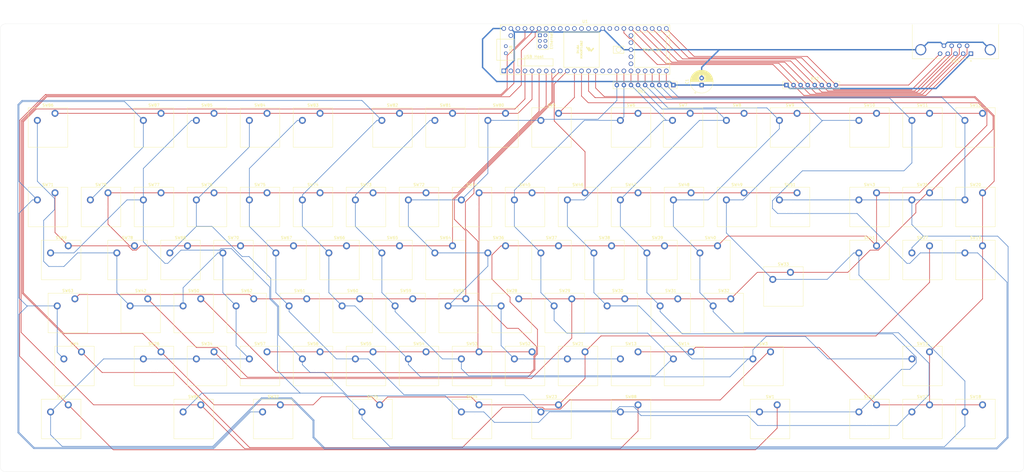
<source format=kicad_pcb>
(kicad_pcb (version 20241229) (generator "pcbnew") (generator_version "9.0")
  (title_block (title "Sega Saturn Keyboard (HSS-0129)") (date "3/DEC/2025") (rev "WIP") (company "Brett Hallen") (comment 1 "www.youtube.com/@Brfff") (comment 2 "github.com/BrettHallen"))
  (layers (0 "F.Cu" signal) (2 "B.Cu" signal) (13 "F.Paste" user) (15 "B.Paste" user) (5 "F.SilkS" user "F.Silkscreen") (7 "B.SilkS" user "B.Silkscreen") (1 "F.Mask" user) (3 "B.Mask" user) (25 "Edge.Cuts" user))
  (net 0 "")
  (net 1 "/ROW 6")
  (net 2 "/ROW 8")
  (net 3 "/COL 22")
  (net 4 "/COL 23")
  (net 5 "/COL 18")
  (net 6 "/ROW 11")
  (net 7 "/COL 16")
  (net 8 "/COL 21")
  (net 9 "/ROW 12")
  (net 10 "/COL 19")
  (net 11 "/ROW 10")
  (net 12 "/COL 20")
  (net 13 "/ROW 13")
  (net 14 "/ROW 9")
  (net 15 "/ROW 7")
  (net 16 "/ROW 4")
  (net 17 "/ROW 3")
  (net 18 "/ROW 1")
  (net 19 "/ROW 14")
  (net 20 "/COL 17")
  (net 21 "/ROW 2")
  (net 22 "/ROW 5")
  (net 23 "/GND")
  (net 24 "/+5V_{OUT}")
  (net 53 "/U_{D0}")
  (net 54 "/TL")
  (net 55 "/TR_{S1}")
  (net 56 "/R_{D3}")
  (net 57 "/L_{D2}")
  (net 58 "/D_{D1}")
  (net 59 "/TH_{S0}")
  (footprint "PCM_Switch_Keyboard_Cherry_MX:SW_Cherry_MX_PCB_1.00u" (layer "F.Cu") (at 118.074965 143.0999)
    (property "Reference" "SW79")
    (property "Value" "! 1")
  )
  (footprint "PCM_Switch_Keyboard_Cherry_MX:SW_Cherry_MX_PCB_1.00u" (layer "F.Cu") (at 137.125365 200.2511)
    (property "Reference" "SW26")
    (property "Value" "Z")
  )
  (footprint "PCM_Switch_Keyboard_Cherry_MX:SW_Cherry_MX_PCB_1.75u" (layer "F.Cu") (at 358.586265 219.3015)
    (property "Reference" "SW1")
    (property "Value" "RH CTRL")
  )
  (footprint "PCM_Switch_Keyboard_Cherry_MX:SW_Cherry_MX_PCB_1.00u" (layer "F.Cu") (at 394.305765 143.0999)
    (property "Reference" "SW43")
    (property "Value" "INSERT")
  )
  (footprint "PCM_Switch_Keyboard_Cherry_MX:SW_Cherry_MX_PCB_1.00u" (layer "F.Cu") (at 260.952965 114.5243)
    (property "Reference" "SW80")
    (property "Value" "F7")
  )
  (footprint "PCM_Switch_Keyboard_Cherry_MX:SW_Cherry_MX_PCB_1.00u" (layer "F.Cu") (at 232.377365 143.0999)
    (property "Reference" "SW72")
    (property "Value" "' 7")
  )
  (footprint "PCM_Switch_Keyboard_Cherry_MX:SW_Cherry_MX_PCB_1.00u" (layer "F.Cu") (at 394.305765 114.5243)
    (property "Reference" "SW10")
    (property "Value" "PRINT SCREEN")
  )
  (footprint "PCM_Switch_Keyboard_Cherry_MX:SW_Cherry_MX_PCB_1.50u" (layer "F.Cu") (at 151.413165 219.3015)
    (property "Reference" "SW89")
    (property "Value" "LH ALT")
  )
  (footprint "PCM_Switch_Keyboard_Cherry_MX:SW_Cherry_MX_PCB_1.50u" (layer "F.Cu") (at 103.787165 162.1503)
    (property "Reference" "SW69")
    (property "Value" "TAB")
  )
  (footprint "MountingHole:MountingHole_3.2mm_M3" (layer "F.Cu") (at 249.815765 81.2843)
    (property "Reference" "H3" (hide yes))
    (property "Value" "MountingHole" (hide yes))
  )
  (footprint "PCM_Switch_Keyboard_Cherry_MX:SW_Cherry_MX_PCB_1.00u" (layer "F.Cu") (at 194.276565 200.2511)
    (property "Reference" "SW56")
    (property "Value" "V")
  )
  (footprint "PCM_Switch_Keyboard_Cherry_MX:SW_Cherry_MX_PCB_1.00u" (layer "F.Cu") (at 308.578965 143.0999)
    (property "Reference" "SW47")
    (property "Value" "= -")
  )
  (footprint "PCM_Switch_Keyboard_Cherry_MX:SW_Cherry_MX_PCB_1.00u" (layer "F.Cu") (at 251.427765 143.0999)
    (property "Reference" "SW44")
    (property "Value" "( 8")
  )
  (footprint "PCM_Switch_Keyboard_Cherry_MX:SW_Cherry_MX_PCB_1.00u" (layer "F.Cu") (at 222.852165 162.1503)
    (property "Reference" "SW65")
    (property "Value" "Y")
  )
  (footprint "Connector_Dsub:DSUB-9_Pins_Horizontal_P2.77x2.84mm_EdgePinOffset7.70mm_Housed_MountingHolesOffset9.12mm" (layer "F.Cu") (at 430.755765 88.0043 180)
    (property "Reference" "CN1")
    (property "Value" "Saturn")
  )
  (footprint "PCM_Switch_Keyboard_Cherry_MX:SW_Cherry_MX_PCB_1.00u" (layer "F.Cu") (at 175.225765 114.5243)
    (property "Reference" "SW84")
    (property "Value" "F3")
  )
  (footprint "PCM_Switch_Keyboard_Cherry_MX:SW_Cherry_MX_PCB_1.00u" (layer "F.Cu") (at 170.459665 181.1999)
    (property "Reference" "SW62")
    (property "Value" "D")
  )
  (footprint "PCM_Switch_Keyboard_Cherry_MX:SW_Cherry_MX_PCB_1.00u" (layer "F.Cu") (at 208.560465 181.1999)
    (property "Reference" "SW60")
    (property "Value" "G")
  )
  (footprint "PCM_Switch_Keyboard_Cherry_MX:SW_Cherry_MX_PCB_1.00u" (layer "F.Cu") (at 203.801765 162.1503)
    (property "Reference" "SW66")
    (property "Value" "T")
  )
  (footprint "Clueless_Engineer:Teensy41" (layer "F.Cu") (at 292.065765 86.5843)
    (property "Reference" "U1")
    (property "Value" "Teensy4.1")
  )
  (footprint "PCM_Switch_Keyboard_Cherry_MX:SW_Cherry_MX_PCB_1.00u" (layer "F.Cu") (at 151.412065 181.1999)
    (property "Reference" "SW50")
    (property "Value" "S")
  )
  (footprint "PCM_Switch_Keyboard_Cherry_MX:SW_Cherry_MX_PCB_1.00u" (layer "F.Cu") (at 156.175765 114.5243)
    (property "Reference" "SW85")
    (property "Value" "F2")
  )
  (footprint "PCM_Switch_Keyboard_Cherry_MX:SW_Cherry_MX_PCB_1.00u" (layer "F.Cu") (at 365.730165 114.5243)
    (property "Reference" "SW9")
    (property "Value" "F12")
  )
  (footprint "PCM_Switch_Keyboard_Cherry_MX:SW_Cherry_MX_PCB_1.00u" (layer "F.Cu") (at 156.175765 200.2511)
    (property "Reference" "SW34")
    (property "Value" "X")
  )
  (footprint "PCM_Switch_Keyboard_Cherry_MX:SW_Cherry_MX_PCB_1.00u" (layer "F.Cu") (at 432.406565 143.0999)
    (property "Reference" "SW20")
    (property "Value" "PAGE UP")
  )
  (footprint "PCM_Switch_Keyboard_Cherry_MX:SW_Cherry_MX_PCB_1.75u" (layer "F.Cu") (at 106.168465 181.2007)
    (property "Reference" "SW63")
    (property "Value" "CAPS LOCK")
  )
  (footprint "PCM_Switch_Keyboard_Cherry_MX:SW_Cherry_MX_PCB_1.00u" (layer "F.Cu") (at 156.175765 143.0999)
    (property "Reference" "SW76")
    (property "Value" "# 3")
  )
  (footprint "MountingHole:MountingHole_3.2mm_M3" (layer "F.Cu") (at 85.815765 81.2843)
    (property "Reference" "H2" (hide yes))
    (property "Value" "MountingHole" (hide yes))
  )
  (footprint "PCM_Switch_Keyboard_Cherry_MX:SW_Cherry_MX_PCB_1.50u" (layer "F.Cu") (at 103.787165 219.3015)
    (property "Reference" "SW2")
    (property "Value" "LH CTRL")
  )
  (footprint "PCM_Switch_Keyboard_Cherry_MX:SW_Cherry_MX_PCB_1.00u" (layer "F.Cu") (at 213.326965 143.0999)
    (property "Reference" "SW73")
    (property "Value" "& 6")
  )
  (footprint "PCM_Switch_Keyboard_Cherry_MX:SW_Cherry_MX_PCB_1.00u" (layer "F.Cu") (at 251.427765 200.2511)
    (property "Reference" "SW53")
    (property "Value" "M")
  )
  (footprint "PCM_Switch_Keyboard_Cherry_MX:SW_Cherry_MX_PCB_1.00u" (layer "F.Cu") (at 308.578965 200.2511)
    (property "Reference" "SW13")
    (property "Value" "? /")
  )
  (footprint "PCM_Switch_Keyboard_Cherry_MX:SW_Cherry_MX_PCB_1.00u" (layer "F.Cu") (at 184.751365 162.1503)
    (property "Reference" "SW67")
    (property "Value" "R")
  )
  (footprint "PCM_Switch_Keyboard_Cherry_MX:SW_Cherry_MX_PCB_2.25u" (layer "F.Cu") (at 215.708265 219.3015)
    (property "Reference" "SW25")
    (property "Value" "SPACE")
  )
  (footprint "PCM_Switch_Keyboard_Cherry_MX:SW_Cherry_MX_PCB_1.00u" (layer "F.Cu") (at 260.952965 162.1503)
    (property "Reference" "SW36")
    (property "Value" "I")
  )
  (footprint "PCM_Switch_Keyboard_Cherry_MX:SW_Cherry_MX_PCB_1.00u" (layer "F.Cu") (at 213.326965 200.2511)
    (property "Reference" "SW55")
    (property "Value" "B")
  )
  (footprint "PCM_Switch_Keyboard_Cherry_MX:SW_Cherry_MX_PCB_1.00u" (layer "F.Cu") (at 322.862065 181.1999)
    (property "Reference" "SW31")
    (property "Value" "* :")
  )
  (footprint "PCM_Switch_Keyboard_Cherry_MX:SW_Cherry_MX_PCB_1.00u" (layer "F.Cu") (at 270.478165 143.0999)
    (property "Reference" "SW45")
    (property "Value" ") 9")
  )
  (footprint "PCM_Switch_Keyboard_Cherry_MX:SW_Cherry_MX_PCB_1.00u" (layer "F.Cu") (at 232.377365 200.2511)
    (property "Reference" "SW54")
    (property "Value" "N")
  )
  (footprint "PCM_Switch_Keyboard_Cherry_MX:SW_Cherry_MX_PCB_1.00u" (layer "F.Cu") (at 284.762065 181.1999)
    (property "Reference" "SW29")
    (property "Value" "L")
  )
  (footprint "PCM_Switch_Keyboard_Cherry_MX:SW_Cherry_MX_PCB_1.00u" (layer "F.Cu") (at 99.024565 114.5243)
    (property "Reference" "SW86")
    (property "Value" "ESC")
  )
  (footprint "PCM_Switch_Keyboard_Cherry_MX:SW_Cherry_MX_PCB_1.00u" (layer "F.Cu") (at 413.356165 114.5243)
    (property "Reference" "SW11")
    (property "Value" "SCROLL LOCK")
  )
  (footprint "PCM_Switch_Keyboard_Cherry_MX:SW_Cherry_MX_PCB_1.50u" (layer "F.Cu") (at 251.424565 219.2999)
    (property "Reference" "SW24")
    (property "Value" "前候補")
  )
  (footprint "PCM_Switch_Keyboard_Cherry_MX:SW_Cherry_MX_PCB_1.00u" (layer "F.Cu") (at 175.226165 200.2511)
    (property "Reference" "SW57")
    (property "Value" "C")
  )
  (footprint "PCM_Switch_Keyboard_Cherry_MX:SW_Cherry_MX_PCB_1.00u" (layer "F.Cu") (at 241.902565 114.5243)
    (property "Reference" "SW81")
    (property "Value" "F6")
  )
  (footprint "PCM_Switch_Keyboard_Cherry_MX:SW_Cherry_MX_PCB_1.00u" (layer "F.Cu") (at 413.356165 162.1503)
    (property "Reference" "SW27")
    (property "Value" "END")
  )
  (footprint "MountingHole:MountingHole_3.2mm_M3" (layer "F.Cu") (at 445.815765 234.2843)
    (property "Reference" "H5" (hide yes))
    (property "Value" "MountingHole" (hide yes))
  )
  (footprint "PCM_Switch_Keyboard_Cherry_MX:SW_Cherry_MX_PCB_1.50u" (layer "F.Cu") (at 280.003365 219.3015)
    (property "Reference" "SW23")
    (property "Value" "カタカナ")
  )
  (footprint "PCM_Switch_Keyboard_Cherry_MX:SW_Cherry_MX_PCB_1.00u" (layer "F.Cu") (at 222.852165 114.5243)
    (property "Reference" "SW82")
    (property "Value" "F5")
  )
  (footprint "PCM_Switch_Keyboard_Cherry_MX:SW_Cherry_MX_PCB_1.00u" (layer "F.Cu") (at 289.528565 143.0999)
    (property "Reference" "SW46")
    (property "Value" "~ 0")
  )
  (footprint "PCM_Switch_Keyboard_Cherry_MX:SW_Cherry_MX_PCB_1.00u" (layer "F.Cu") (at 327.629365 143.0999)
    (property "Reference" "SW48")
    (property "Value" "_ ^")
  )
  (footprint "PCM_Switch_Keyboard_Cherry_MX:SW_Cherry_MX_PCB_1.00u" (layer "F.Cu") (at 327.629365 200.2511)
    (property "Reference" "SW14")
    (property "Value" "_ \\")
  )
  (footprint "PCM_Switch_Keyboard_Cherry_MX:SW_Cherry_MX_PCB_1.00u" (layer "F.Cu") (at 365.730165 143.0999)
    (property "Reference" "SW51")
    (property "Value" "BACKSPACE")
  )
  (footprint "PCM_Switch_Keyboard_Cherry_MX:SW_Cherry_MX_PCB_1.00u" (layer "F.Cu") (at 299.053765 162.1503)
    (property "Reference" "SW38")
    (property "Value" "P")
  )
  (footprint "PCM_Switch_Keyboard_Cherry_MX:SW_Cherry_MX_PCB_1.00u" (layer "F.Cu") (at 127.600165 162.1503)
    (property "Reference" "SW78")
    (property "Value" "Q")
  )
  (footprint "PCM_Switch_Keyboard_Cherry_MX:SW_Cherry_MX_PCB_1.50u" (layer "F.Cu") (at 308.578965 219.3015)
    (property "Reference" "SW88")
    (property "Value" "RH ALT")
  )
  (footprint "PCM_Switch_Keyboard_Cherry_MX:SW_Cherry_MX_PCB_1.00u" (layer "F.Cu") (at 270.478165 200.2511)
    (property "Reference" "SW52")
    (property "Value" "< ,")
  )
  (footprint "Resistor_THT:R_Array_SIP8" (layer "F.Cu") (at 364.455765 99.2843)
    (property "Reference" "RN2")
    (property "Value" "R_Network07")
  )
  (footprint "PCM_Switch_Keyboard_Cherry_MX:SW_Cherry_MX_PCB_1.00u" (layer "F.Cu") (at 318.104165 162.1503)
    (property "Reference" "SW39")
    (property "Value" "' @")
  )
  (footprint "PCM_Switch_Keyboard_Cherry_MX:SW_Cherry_MX_PCB_1.00u" (layer "F.Cu") (at 165.700965 162.1503)
    (property "Reference" "SW70")
    (property "Value" "E")
  )
  (footprint "PCM_Switch_Keyboard_Cherry_MX:SW_Cherry_MX_PCB_1.00u" (layer "F.Cu") (at 280.003365 162.1503)
    (property "Reference" "SW37")
    (property "Value" "O")
  )
  (footprint "PCM_Switch_Keyboard_Cherry_MX:SW_Cherry_MX_PCB_1.00u" (layer "F.Cu") (at 227.610865 181.1999)
    (property "Reference" "SW59")
    (property "Value" "H")
  )
  (footprint "MountingHole:MountingHole_3.2mm_M3" (layer "F.Cu") (at 85.815765 234.2843)
    (property "Reference" "H6" (hide yes))
    (property "Value" "MountingHole" (hide yes))
  )
  (footprint "MountingHole:MountingHole_3.2mm_M3" (layer "F.Cu") (at 445.815765 81.2843)
    (property "Reference" "H1" (hide yes))
    (property "Value" "MountingHole" (hide yes))
  )
  (footprint "PCM_Switch_Keyboard_Cherry_MX:SW_Cherry_MX_PCB_1.00u" (layer "F.Cu") (at 137.125365 114.5243)
    (property "Reference" "SW87")
    (property "Value" "F1")
  )
  (footprint "PCM_Switch_Keyboard_Cherry_MX:SW_Cherry_MX_PCB_1.00u" (layer "F.Cu") (at 265.711665 181.1999)
    (property "Reference" "SW28")
    (property "Value" "K")
  )
  (footprint "PCM_Switch_Keyboard_Cherry_MX:SW_Cherry_MX_PCB_1.00u" (layer "F.Cu") (at 346.679765 143.0999)
    (property "Reference" "SW49")
    (property "Value" "| ¥")
  )
  (footprint "PCM_Switch_Keyboard_Cherry_MX:SW_Cherry_MX_PCB_1.00u" (layer "F.Cu") (at 246.661265 181.1999)
    (property "Reference" "SW58")
    (property "Value" "J")
  )
  (footprint "PCM_Switch_Keyboard_Cherry_MX:SW_Cherry_MX_PCB_1.00u" (layer "F.Cu") (at 194.276565 114.5243)
    (property "Reference" "SW83")
    (property "Value" "F4")
  )
  (footprint "PCM_Switch_Keyboard_Cherry_MX:SW_Cherry_MX_PCB_2.00u" (layer "F.Cu") (at 108.549765 200.2511)
    (property "Reference" "SW4")
    (property "Value" "LH SHIFT")
  )
  (footprint "PCM_Switch_Keyboard_Cherry_MX:SW_Cherry_MX_PCB_1.00u" (layer "F.Cu") (at 137.125365 143.0999)
    (property "Reference" "SW77")
    (property "Value" "\" 2")
  )
  (footprint "PCM_Switch_Keyboard_Cherry_MX:SW_Cherry_MX_PCB_1.00u" (layer "F.Cu") (at 394.305765 162.1503)
    (property "Reference" "SW41")
    (property "Value" "DELETE")
  )
  (footprint "PCM_Switch_Keyboard_Cherry_MX:SW_Cherry_MX_PCB_1.00u" (layer "F.Cu") (at 394.305765 219.3015)
    (property "Reference" "SW16")
    (property "Value" "LEFT")
  )
  (footprint "PCM_Switch_Keyboard_Cherry_MX:SW_Cherry_MX_PCB_1.00u" (layer "F.Cu") (at 413.349565 143.0999)
    (property "Reference" "SW35")
    (property "Value" "HOME")
  )
  (footprint "PCM_Switch_Keyboard_Cherry_MX:SW_Cherry_MX_PCB_2.00u" (layer "F.Cu") (at 356.204965 200.2511)
    (property "Reference" "SW3")
    (property "Value" "RH SHIFT")
  )
  (footprint "PCM_Switch_Keyboard_Cherry_MX:SW_Cherry_MX_PCB_1.00u" (layer "F.Cu") (at 346.679765 114.5243)
    (property "Reference" "SW8")
    (property "Value" "F11")
  )
  (footprint "PCM_Switch_Keyboard_Cherry_MX:SW_Cherry_MX_PCB_1.00u" (layer "F.Cu") (at 341.917165 181.2007)
    (property "Reference" "SW32")
    (property "Value" "} ]")
  )
  (footprint "PCM_Switch_Keyboard_Cherry_MX:SW_Cherry_MX_PCB_ISOEnter" (layer "F.Cu") (at 363.348865 171.6755)
    (property "Reference" "SW33")
    (property "Value" "ENTER")
  )
  (footprint "PCM_Switch_Keyboard_Cherry_MX:SW_Cherry_MX_PCB_1.00u" (layer "F.Cu") (at 337.154565 162.1503)
    (property "Reference" "SW40")
    (property "Value" "{ [")
  )
  (footprint "PCM_Switch_Keyboard_Cherry_MX:SW_Cherry_MX_PCB_1.00u" (layer "F.Cu") (at 280.003365 114.5243)
    (property "Reference" "SW5")
    (property "Value" "F8")
  )
  (footprint "PCM_Switch_Keyboard_Cherry_MX:SW_Cherry_MX_PCB_1.00u" (layer "F.Cu") (at 175.226165 143.0999)
    (property "Reference" "SW75")
    (property "Value" "$ 4")
  )
  (footprint "PCM_Switch_Keyboard_Cherry_MX:SW_Cherry_MX_PCB_1.00u" (layer "F.Cu") (at 303.812465 181.1999)
    (property "Reference" "SW30")
    (property "Value" "+ ;")
  )
  (footprint "PCM_Switch_Keyboard_Cherry_MX:SW_Cherry_MX_PCB_1.00u" (layer "F.Cu") (at 413.356165 200.2511)
    (property "Reference" "SW15")
    (property "Value" "UP")
  )
  (footprint "PCM_Switch_Keyboard_Cherry_MX:SW_Cherry_MX_PCB_1.00u" (layer "F.Cu") (at 194.276565 143.0999)
    (property "Reference" "SW74")
    (property "Value" "% 5")
  )
  (footprint "PCM_Switch_Keyboard_Cherry_MX:SW_Cherry_MX_PCB_1.00u" (layer "F.Cu") (at 432.406565 114.5243)
    (property "Reference" "SW12")
    (property "Value" "PAUSE")
  )
  (footprint "PCM_Switch_Keyboard_Cherry_MX:SW_Cherry_MX_PCB_1.00u" (layer "F.Cu") (at 189.510065 181.1999)
    (property "Reference" "SW61")
    (property "Value" "F")
  )
  (footprint "PCM_Switch_Keyboard_Cherry_MX:SW_Cherry_MX_PCB_1.00u" (layer "F.Cu") (at 99.024565 143.0999)
    (property "Reference" "SW71")
    (property "Value" "半角/全角")
  )
  (footprint "PCM_Switch_Keyboard_Cherry_MX:SW_Cherry_MX_PCB_1.00u" (layer "F.Cu") (at 241.902565 162.1503)
    (property "Reference" "SW64")
    (property "Value" "U")
  )
  (footprint "PCM_Switch_Keyboard_Cherry_MX:SW_Cherry_MX_PCB_1.00u" (layer "F.Cu") (at 146.650565 162.1503)
    (property "Reference" "SW68")
    (property "Value" "W")
  )
  (footprint "PCM_Switch_Keyboard_Cherry_MX:SW_Cherry_MX_PCB_1.00u" (layer "F.Cu") (at 432.406565 219.3015)
    (property "Reference" "SW18")
    (property "Value" "RIGHT")
  )
  (footprint "PCM_Switch_Keyboard_Cherry_MX:SW_Cherry_MX_PCB_1.00u" (layer "F.Cu") (at 132.362765 181.2007)
    (property "Reference" "SW42")
    (property "Value" "A")
  )
  (footprint "PCM_Switch_Keyboard_Cherry_MX:SW_Cherry_MX_PCB_1.00u" (layer "F.Cu") (at 413.356165 219.3015)
    (property "Reference" "SW17")
    (property "Value" "DOWN")
  )
  (footprint "PCM_Switch_Keyboard_Cherry_MX:SW_Cherry_MX_PCB_1.00u" (layer "F.Cu") (at 327.311965 114.5243)
    (property "Reference" "SW7")
    (property "Value" "F10")
  )
  (footprint "MountingHole:MountingHole_3.2mm_M3" (layer "F.Cu") (at 265.815765 234.2843)
    (property "Reference" "H4" (hide yes))
    (property "Value" "MountingHole" (hide yes))
  )
  (footprint "PCM_Switch_Keyboard_Cherry_MX:SW_Cherry_MX_PCB_1.00u" (layer "F.Cu") (at 432.406565 162.1503)
    (property "Reference" "SW19")
    (property "Value" "PAGE DOWN")
  )
  (footprint "Capacitor_THT:CP_Radial_D8.0mm_P2.50mm" (layer "F.Cu") (at 333.975765 99.2843 90)
    (property "Reference" "C1")
    (property "Value" "10µF")
  )
  (footprint "PCM_Switch_Keyboard_Cherry_MX:SW_Cherry_MX_PCB_1.00u" (layer "F.Cu") (at 289.528565 200.2511)
    (property "Reference" "SW21")
    (property "Value" "> .")
  )
  (footprint "Resistor_THT:R_Array_SIP9" (layer "F.Cu") (at 323.815765 99.2843 180)
    (property "Reference" "RN1")
    (property "Value" "10KΩ")
  )
  (footprint "PCM_Switch_Keyboard_Cherry_MX:SW_Cherry_MX_PCB_1.50u" (layer "F.Cu") (at 179.988765 219.3015)
    (property "Reference" "SW22")
    (property "Value" "無変換")
  )
  (footprint "PCM_Switch_Keyboard_Cherry_MX:SW_Cherry_MX_PCB_1.00u" (layer "F.Cu") (at 308.578965 114.5243)
    (property "Reference" "SW6")
    (property "Value" "F9")
  )
  (gr_line (start 81.815765 236.2843) (end 81.815765 79.2843) (stroke (width 0.05)) (layer "Edge.Cuts"))
  (gr_arc (start 81.815765 79.2843) (mid 82.401551 77.870086) (end 83.815765 77.2843) (stroke (width 0.05)) (layer "Edge.Cuts"))
  (gr_line (start 83.815765 77.2843) (end 447.815765 77.2843) (stroke (width 0.05)) (layer "Edge.Cuts"))
  (gr_arc (start 83.815765 238.2843) (mid 82.401574 237.698501) (end 81.815765 236.2843) (stroke (width 0.05)) (layer "Edge.Cuts"))
  (gr_line (start 447.815765 238.2843) (end 83.815765 238.2843) (stroke (width 0.05)) (layer "Edge.Cuts"))
  (gr_arc (start 449.815765 236.2843) (mid 449.229979 237.698514) (end 447.815765 238.2843) (stroke (width 0.05)) (layer "Edge.Cuts"))
  (gr_arc (start 447.815765 77.2843) (mid 449.230001 77.870074) (end 449.815765 79.2843) (stroke (width 0.05)) (layer "Edge.Cuts"))
  (gr_line (start 449.815765 79.2843) (end 449.815765 236.2843) (stroke (width 0.05)) (layer "Edge.Cuts"))
  (segment (start 415.104749 138.0199) (end 415.889565 138.0199) (width 0.2) (layer "F.Cu") (net 1))
  (segment (start 432.077111 103.8143) (end 295.675765 103.8143) (width 0.2) (layer "F.Cu") (net 1))
  (segment (start 397.488211 158.6213) (end 410.965765 145.143746) (width 0.2) (layer "F.Cu") (net 1))
  (segment (start 272.778791 204.7643) (end 287.302065 190.241026) (width 0.2) (layer "F.Cu") (net 1))
  (segment (start 287.302065 190.241026) (end 287.302065 176.1199) (width 0.2) (layer "F.Cu") (net 1))
  (segment (start 410.965765 142.158884) (end 415.104749 138.0199) (width 0.2) (layer "F.Cu") (net 1))
  (segment (start 268.251665 176.1199) (end 344.456365 176.1199) (width 0.2) (layer "F.Cu") (net 1))
  (segment (start 293.335765 101.4643) (end 293.335765 94.2043) (width 0.2) (layer "F.Cu") (net 1))
  (segment (start 386.535749 166.5955) (end 394.509949 158.6213) (width 0.2) (layer "F.Cu") (net 1))
  (segment (start 415.889565 138.0199) (end 438.712565 115.1969) (width 0.2) (layer "F.Cu") (net 1))
  (segment (start 365.888865 166.5955) (end 386.535749 166.5955) (width 0.2) (layer "F.Cu") (net 1))
  (segment (start 410.965765 145.143746) (end 410.965765 142.158884) (width 0.2) (layer "F.Cu") (net 1))
  (segment (start 438.712565 110.449754) (end 432.077111 103.8143) (width 0.2) (layer "F.Cu") (net 1))
  (segment (start 394.509949 158.6213) (end 397.488211 158.6213) (width 0.2) (layer "F.Cu") (net 1))
  (segment (start 158.715765 195.1711) (end 168.308965 204.7643) (width 0.2) (layer "F.Cu") (net 1))
  (segment (start 295.675765 103.8043) (end 293.335765 101.4643) (width 0.2) (layer "F.Cu") (net 1))
  (segment (start 353.982365 166.5955) (end 365.888865 166.5955) (width 0.2) (layer "F.Cu") (net 1))
  (segment (start 438.712565 115.1969) (end 438.712565 110.449754) (width 0.2) (layer "F.Cu") (net 1))
  (segment (start 344.456365 176.1199) (end 344.457165 176.1207) (width 0.2) (layer "F.Cu") (net 1))
  (segment (start 168.308965 204.7643) (end 272.778791 204.7643) (width 0.2) (layer "F.Cu") (net 1))
  (segment (start 295.675765 103.8143) (end 295.675765 103.8043) (width 0.2) (layer "F.Cu") (net 1))
  (segment (start 344.457165 176.1207) (end 353.982365 166.5955) (width 0.2) (layer "F.Cu") (net 1))
  (segment (start 253.967765 176.5863) (end 253.967765 138.0199) (width 0.2) (layer "F.Cu") (net 2))
  (segment (start 280.992365 112.188484) (end 292.068565 123.264684) (width 0.2) (layer "F.Cu") (net 2))
  (segment (start 273.660611 196.7221) (end 274.569165 195.813546) (width 0.2) (layer "F.Cu") (net 2))
  (segment (start 274.569165 195.813546) (end 274.569165 193.2177) (width 0.2) (layer "F.Cu") (net 2))
  (segment (start 268.062665 186.7112) (end 264.092665 186.7112) (width 0.2) (layer "F.Cu") (net 2))
  (segment (start 154.419781 176.1199) (end 180.934181 202.6343) (width 0.2) (layer "F.Cu") (net 2))
  (segment (start 153.952065 176.1199) (end 154.419781 176.1199) (width 0.2) (layer "F.Cu") (net 2))
  (segment (start 273.660611 201.459454) (end 273.660611 196.7221) (width 0.2) (layer "F.Cu") (net 2))
  (segment (start 272.485765 202.6343) (end 273.660611 201.459454) (width 0.2) (layer "F.Cu") (net 2))
  (segment (start 253.967765 138.0199) (end 368.270165 138.0199) (width 0.2) (layer "F.Cu") (net 2))
  (segment (start 274.569165 193.2177) (end 268.062665 186.7112) (width 0.2) (layer "F.Cu") (net 2))
  (segment (start 280.992365 98.9277) (end 280.992365 112.188484) (width 0.2) (layer "F.Cu") (net 2))
  (segment (start 292.068565 123.264684) (end 292.068565 138.0199) (width 0.2) (layer "F.Cu") (net 2))
  (segment (start 264.092665 186.7112) (end 253.967765 176.5863) (width 0.2) (layer "F.Cu") (net 2))
  (segment (start 285.715765 94.2043) (end 280.992365 98.9277) (width 0.2) (layer "F.Cu") (net 2))
  (segment (start 180.934181 202.6343) (end 272.485765 202.6343) (width 0.2) (layer "F.Cu") (net 2))
  (segment (start 306.035765 94.2043) (end 306.035765 99.2843) (width 0.2) (layer "F.Cu") (net 3))
  (segment (start 247.617765 197.7111) (end 247.617765 201.2331) (width 0.2) (layer "B.Cu") (net 3))
  (segment (start 266.668165 140.5599) (end 266.668165 137.1163) (width 0.2) (layer "B.Cu") (net 3))
  (segment (start 209.516965 150.0851) (end 219.042165 159.6103) (width 0.2) (layer "B.Cu") (net 3))
  (segment (start 209.516965 138.792134) (end 236.324799 111.9843) (width 0.2) (layer "B.Cu") (net 3))
  (segment (start 209.516965 140.5599) (end 209.516965 150.0851) (width 0.2) (layer "B.Cu") (net 3))
  (segment (start 276.193365 159.6103) (end 266.668165 150.0851) (width 0.2) (layer "B.Cu") (net 3))
  (segment (start 236.324799 111.9843) (end 238.092565 111.9843) (width 0.2) (layer "B.Cu") (net 3))
  (segment (start 223.800865 180.714716) (end 240.797249 197.7111) (width 0.2) (layer "B.Cu") (net 3))
  (segment (start 280.952065 183.8774) (end 280.952065 178.6599) (width 0.2) (layer "B.Cu") (net 3))
  (segment (start 280.952065 178.6599) (end 276.193365 173.9012) (width 0.2) (layer "B.Cu") (net 3))
  (segment (start 323.355539 197.7111) (end 323.819365 197.7111) (width 0.2) (layer "B.Cu") (net 3))
  (segment (start 266.668165 150.0851) (end 266.668165 140.5599) (width 0.2) (layer "B.Cu") (net 3))
  (segment (start 219.042165 173.9012) (end 223.800865 178.6599) (width 0.2) (layer "B.Cu") (net 3))
  (segment (start 266.668165 137.1163) (end 291.800165 111.9843) (width 0.2) (layer "B.Cu") (net 3))
  (segment (start 323.819365 197.7111) (end 314.558165 188.4499) (width 0.2) (layer "B.Cu") (net 3))
  (segment (start 276.193365 173.9012) (end 276.193365 159.6103) (width 0.2) (layer "B.Cu") (net 3))
  (segment (start 306.035765 110.7175) (end 306.035765 99.2843) (width 0.2) (layer "B.Cu") (net 3))
  (segment (start 291.800165 111.9843) (end 304.768965 111.9843) (width 0.2) (layer "B.Cu") (net 3))
  (segment (start 304.768965 111.9843) (end 306.035765 110.7175) (width 0.2) (layer "B.Cu") (net 3))
  (segment (start 314.558165 188.4499) (end 285.524565 188.4499) (width 0.2) (layer "B.Cu") (net 3))
  (segment (start 223.800865 178.6599) (end 223.800865 180.714716) (width 0.2) (layer "B.Cu") (net 3))
  (segment (start 209.516965 140.5599) (end 209.516965 138.792134) (width 0.2) (layer "B.Cu") (net 3))
  (segment (start 240.797249 197.7111) (end 247.617765 197.7111) (width 0.2) (layer "B.Cu") (net 3))
  (segment (start 250.154565 203.7699) (end 317.296739 203.7699) (width 0.2) (layer "B.Cu") (net 3))
  (segment (start 317.296739 203.7699) (end 323.355539 197.7111) (width 0.2) (layer "B.Cu") (net 3))
  (segment (start 285.524565 188.4499) (end 280.952065 183.8774) (width 0.2) (layer "B.Cu") (net 3))
  (segment (start 247.617765 201.2331) (end 250.154565 203.7699) (width 0.2) (layer "B.Cu") (net 3))
  (segment (start 219.042165 159.6103) (end 219.042165 173.9012) (width 0.2) (layer "B.Cu") (net 3))
  (segment (start 303.495765 94.2043) (end 303.495765 99.2843) (width 0.2) (layer "F.Cu") (net 4))
  (segment (start 266.668165 197.7111) (end 261.901665 192.9446) (width 0.2) (layer "B.Cu") (net 4))
  (segment (start 242.851265 178.6599) (end 257.142965 164.3682) (width 0.2) (layer "B.Cu") (net 4))
  (segment (start 228.567365 150.0851) (end 228.567365 140.5599) (width 0.2) (layer "B.Cu") (net 4))
  (segment (start 261.901665 178.6599) (end 242.851265 178.6599) (width 0.2) (layer "B.Cu") (net 4))
  (segment (start 261.901665 192.9446) (end 261.901665 178.6599) (width 0.2) (layer "B.Cu") (net 4))
  (segment (start 304.768965 197.7111) (end 266.668165 197.7111) (width 0.2) (layer "B.Cu") (net 4))
  (segment (start 276.594365 111.5833) (end 296.736765 111.5833) (width 0.2) (layer "B.Cu") (net 4))
  (segment (start 296.736765 111.5833) (end 303.495765 104.8243) (width 0.2) (layer "B.Cu") (net 4))
  (segment (start 247.617765 140.5599) (end 257.142965 131.0347) (width 0.2) (layer "B.Cu") (net 4))
  (segment (start 303.495765 104.8243) (end 303.495765 99.2843) (width 0.2) (layer "B.Cu") (net 4))
  (segment (start 238.092565 159.6103) (end 228.567365 150.0851) (width 0.2) (layer "B.Cu") (net 4))
  (segment (start 257.142965 131.0347) (end 257.142965 111.9843) (width 0.2) (layer "B.Cu") (net 4))
  (segment (start 228.567365 140.5599) (end 247.617765 140.5599) (width 0.2) (layer "B.Cu") (net 4))
  (segment (start 276.193365 111.9843) (end 276.594365 111.5833) (width 0.2) (layer "B.Cu") (net 4))
  (segment (start 257.142965 164.3682) (end 257.142965 159.6103) (width 0.2) (layer "B.Cu") (net 4))
  (segment (start 257.142965 159.6103) (end 238.092565 159.6103) (width 0.2) (layer "B.Cu") (net 4))
  (segment (start 257.142965 111.9843) (end 276.193365 111.9843) (width 0.2) (layer "B.Cu") (net 4))
  (segment (start 316.195765 94.2043) (end 316.195765 99.2843) (width 0.2) (layer "F.Cu") (net 5))
  (segment (start 133.315365 140.5599) (end 133.315365 155.628926) (width 0.2) (layer "B.Cu") (net 5))
  (segment (start 390.495765 167.577254) (end 428.596565 205.678054) (width 0.2) (layer "B.Cu") (net 5))
  (segment (start 178.715765 171.818926) (end 178.715765 176.1143) (width 0.2) (layer "B.Cu") (net 5))
  (segment (start 189.655765 209.9943) (end 189.655765 210.0243) (width 0.2) (layer "B.Cu") (net 5))
  (segment (start 342.869765 152.4664) (end 359.538865 169.1355) (width 0.2) (layer "B.Cu") (net 5))
  (segment (start 316.195765 99.2843) (end 321.275765 104.3643) (width 0.2) (layer "B.Cu") (net 5))
  (segment (start 211.898265 216.7615) (end 205.161065 210.0243) (width 0.2) (layer "B.Cu") (net 5))
  (segment (start 205.161065 210.0243) (end 189.655765 210.0243) (width 0.2) (layer "B.Cu") (net 5))
  (segment (start 221.975765 229.2843) (end 211.898265 219.2068) (width 0.2) (layer "B.Cu") (net 5))
  (segment (start 428.596565 205.678054) (end 428.596565 216.7615) (width 0.2) (layer "B.Cu") (net 5))
  (segment (start 181.532165 201.8707) (end 189.655765 209.9943) (width 0.2) (layer "B.Cu") (net 5))
  (segment (start 342.869765 140.5599) (end 342.869765 152.4664) (width 0.2) (layer "B.Cu") (net 5))
  (segment (start 154.340365 210.0243) (end 147.603165 216.7615) (width 0.2) (layer "B.Cu") (net 5))
  (segment (start 348.873211 140.5599) (end 342.869765 140.5599) (width 0.2) (layer "B.Cu") (net 5))
  (segment (start 133.315365 155.628926) (end 141.062739 163.3763) (width 0.2) (layer "B.Cu") (net 5))
  (segment (start 189.655765 210.0243) (end 154.340365 210.0243) (width 0.2) (layer "B.Cu") (net 5))
  (segment (start 421.222165 229.2879) (end 421.165765 229.2879) (width 0.2) (layer "B.Cu") (net 5))
  (segment (start 388.629765 159.6103) (end 390.495765 159.6103) (width 0.2) (layer "B.Cu") (net 5))
  (segment (start 152.365765 111.9843) (end 150.597999 111.9843) (width 0.2) (layer "B.Cu") (net 5))
  (segment (start 141.062739 163.3763) (end 142.078391 163.3763) (width 0.2) (layer "B.Cu") (net 5))
  (segment (start 160.686519 158.6213) (end 161.248519 158.0593) (width 0.2) (layer "B.Cu") (net 5))
  (segment (start 178.715765 176.1143) (end 181.532165 178.9307) (width 0.2) (layer "B.Cu") (net 5))
  (segment (start 390.495765 111.9843) (end 377.448811 111.9843) (width 0.2) (layer "B.Cu") (net 5))
  (segment (start 142.078391 163.3763) (end 146.833391 158.6213) (width 0.2) (layer "B.Cu") (net 5))
  (segment (start 164.956139 158.0593) (end 178.715765 171.818926) (width 0.2) (layer "B.Cu") (net 5))
  (segment (start 127.428791 140.5599) (end 108.378391 159.6103) (width 0.2) (layer "B.Cu") (net 5))
  (segment (start 108.378391 159.6103) (end 99.977165 159.6103) (width 0.2) (layer "B.Cu") (net 5))
  (segment (start 377.302288 112.130823) (end 348.873211 140.5599) (width 0.2) (layer "B.Cu") (net 5))
  (segment (start 421.165765 229.2879) (end 421.162165 229.2843) (width 0.2) (layer "B.Cu") (net 5))
  (segment (start 161.248519 158.0593) (end 164.956139 158.0593) (width 0.2) (layer "B.Cu") (net 5))
  (segment (start 390.495765 159.6103) (end 390.495765 167.577254) (width 0.2) (layer "B.Cu") (net 5))
  (segment (start 146.833391 158.6213) (end 160.686519 158.6213) (width 0.2) (layer "B.Cu") (net 5))
  (segment (start 150.597999 111.9843) (end 133.315365 129.266934) (width 0.2) (layer "B.Cu") (net 5))
  (segment (start 359.538865 169.1355) (end 379.104565 169.1355) (width 0.2) (layer "B.Cu") (net 5))
  (segment (start 379.104565 169.1355) (end 388.629765 159.6103) (width 0.2) (layer "B.Cu") (net 5))
  (segment (start 133.315365 140.5599) (end 127.428791 140.5599) (width 0.2) (layer "B.Cu") (net 5))
  (segment (start 377.448811 111.9843) (end 377.302288 112.130823) (width 0.2) (layer "B.Cu") (net 5))
  (segment (start 211.898265 219.2068) (end 211.898265 216.7615) (width 0.2) (layer "B.Cu") (net 5))
  (segment (start 181.532165 178.9307) (end 181.532165 201.8707) (width 0.2) (layer "B.Cu") (net 5))
  (segment (start 369.535765 104.3643) (end 377.302288 112.130823) (width 0.2) (layer "B.Cu") (net 5))
  (segment (start 321.275765 104.3643) (end 369.535765 104.3643) (width 0.2) (layer "B.Cu") (net 5))
  (segment (start 428.596565 221.9135) (end 421.222165 229.2879) (width 0.2) (layer "B.Cu") (net 5))
  (segment (start 421.162165 229.2843) (end 221.975765 229.2843) (width 0.2) (layer "B.Cu") (net 5))
  (segment (start 133.315365 129.266934) (end 133.315365 140.5599) (width 0.2) (layer "B.Cu") (net 5))
  (segment (start 428.596565 216.7615) (end 428.596565 221.9135) (width 0.2) (layer "B.Cu") (net 5))
  (segment (start 132.333611 157.0703) (end 149.190565 157.0703) (width 0.2) (layer "F.Cu") (net 6))
  (segment (start 278.095765 106.7401) (end 278.095765 94.2043) (width 0.2) (layer "F.Cu") (net 6))
  (segment (start 101.564565 138.0199) (end 101.564565 152.3077) (width 0.2) (layer "F.Cu") (net 6))
  (segment (start 106.327165 157.0703) (end 127.805299 157.0703) (width 0.2) (layer "F.Cu") (net 6))
  (segment (start 127.805299 157.0703) (end 129.356299 158.6213) (width 0.2) (layer "F.Cu") (net 6))
  (segment (start 130.782611 158.6213) (end 132.333611 157.0703) (width 0.2) (layer "F.Cu") (net 6))
  (segment (start 101.564565 152.3077) (end 106.327165 157.0703) (width 0.2) (layer "F.Cu") (net 6))
  (segment (start 244.442565 157.0703) (end 244.442565 140.3933) (width 0.2) (layer "F.Cu") (net 6))
  (segment (start 245.055765 156.4571) (end 244.442565 157.0703) (width 0.2) (layer "F.Cu") (net 6))
  (segment (start 244.442565 140.3933) (end 278.095765 106.7401) (width 0.2) (layer "F.Cu") (net 6))
  (segment (start 149.190565 157.0703) (end 244.442565 157.0703) (width 0.2) (layer "F.Cu") (net 6))
  (segment (start 129.356299 158.6213) (end 130.782611 158.6213) (width 0.2) (layer "F.Cu") (net 6))
  (segment (start 321.275765 94.2043) (end 321.275765 99.2843) (width 0.2) (layer "F.Cu") (net 7))
  (segment (start 198.344565 230.0899) (end 440.114565 230.0899) (width 0.2) (layer "B.Cu") (net 7))
  (segment (start 440.374565 153.5899) (end 413.684565 153.5899) (width 0.2) (layer "B.Cu") (net 7))
  (segment (start 88.605565 106.486) (end 88.605565 133.9509) (width 0.2) (layer "B.Cu") (net 7))
  (segment (start 88.605565 133.9509) (end 95.214565 140.5599) (width 0.2) (layer "B.Cu") (net 7))
  (segment (start 114.264965 140.5599) (end 133.315365 121.5095) (width 0.2) (layer "B.Cu") (net 7))
  (segment (start 321.275765 99.2843) (end 325.553765 103.5623) (width 0.2) (layer "B.Cu") (net 7))
  (segment (start 133.315365 111.9843) (end 126.551965 105.2209) (width 0.2) (layer "B.Cu") (net 7))
  (segment (start 325.553765 103.5623) (end 420.174565 103.5623) (width 0.2) (layer "B.Cu") (net 7))
  (segment (start 194.264565 219.8999) (end 194.264565 226.0099) (width 0.2) (layer "B.Cu") (net 7))
  (segment (start 409.539565 149.4449) (end 413.684565 153.5899) (width 0.2) (layer "B.Cu") (net 7))
  (segment (start 133.315365 121.5095) (end 133.315365 111.9843) (width 0.2) (layer "B.Cu") (net 7))
  (segment (start 91.455365 178.6607) (end 91.654565 178.6607) (width 0.2) (layer "B.Cu") (net 7))
  (segment (start 194.264565 226.0099) (end 198.344565 230.0899) (width 0.2) (layer "B.Cu") (net 7))
  (segment (start 444.125765 157.3411) (end 440.374565 153.5899) (width 0.2) (layer "B.Cu") (net 7))
  (segment (start 420.174565 103.5623) (end 428.596565 111.9843) (width 0.2) (layer "B.Cu") (net 7))
  (segment (start 409.546165 157.7283) (end 409.546165 159.6103) (width 0.2) (layer "B.Cu") (net 7))
  (segment (start 409.539565 140.5599) (end 409.539565 149.4449) (width 0.2) (layer "B.Cu") (net 7))
  (segment (start 440.114565 230.0899) (end 444.125765 226.0787) (width 0.2) (layer "B.Cu") (net 7))
  (segment (start 102.358465 178.6607) (end 102.358465 195.3298) (width 0.2) (layer "B.Cu") (net 7))
  (segment (start 186.444565 212.0799) (end 194.264565 219.8999) (width 0.2) (layer "B.Cu") (net 7))
  (segment (start 175.914565 212.0799) (end 186.444565 212.0799) (width 0.2) (layer "B.Cu") (net 7))
  (segment (start 91.654565 178.6607) (end 102.358465 178.6607) (width 0.2) (layer "B.Cu") (net 7))
  (segment (start 88.605565 224.0838) (end 94.080665 229.5589) (width 0.2) (layer "B.Cu") (net 7))
  (segment (start 444.125765 226.0787) (end 444.125765 157.3411) (width 0.2) (layer "B.Cu") (net 7))
  (segment (start 88.605565 175.8109) (end 91.455365 178.6607) (width 0.2) (layer "B.Cu") (net 7))
  (segment (start 93.446799 140.5599) (end 88.605565 145.401134) (width 0.2) (layer "B.Cu") (net 7))
  (segment (start 88.605565 145.401134) (end 88.605565 175.8109) (width 0.2) (layer "B.Cu") (net 7))
  (segment (start 102.358465 195.3298) (end 104.739765 197.7111) (width 0.2) (layer "B.Cu") (net 7))
  (segment (start 88.605565 181.7097) (end 88.605565 224.0838) (width 0.2) (layer "B.Cu") (net 7))
  (segment (start 413.684565 153.5899) (end 409.546165 157.7283) (width 0.2) (layer "B.Cu") (net 7))
  (segment (start 95.214565 140.5599) (end 93.446799 140.5599) (width 0.2) (layer "B.Cu") (net 7))
  (segment (start 126.551965 105.2209) (end 89.870665 105.2209) (width 0.2) (layer "B.Cu") (net 7))
  (segment (start 91.654565 178.6607) (end 88.605565 181.7097) (width 0.2) (layer "B.Cu") (net 7))
  (segment (start 158.435565 229.5589) (end 175.914565 212.0799) (width 0.2) (layer "B.Cu") (net 7))
  (segment (start 428.596565 140.5599) (end 428.596565 111.9843) (width 0.2) (layer "B.Cu") (net 7))
  (segment (start 94.080665 229.5589) (end 158.435565 229.5589) (width 0.2) (layer "B.Cu") (net 7))
  (segment (start 89.870665 105.2209) (end 88.605565 106.486) (width 0.2) (layer "B.Cu") (net 7))
  (segment (start 361.920165 140.5599) (end 428.596565 140.5599) (width 0.2) (layer "B.Cu") (net 7))
  (segment (start 308.575765 94.2043) (end 308.575765 99.2843) (width 0.2) (layer "F.Cu") (net 8))
  (segment (start 232.972349 204.1709) (end 228.567365 199.765916) (width 0.2) (layer "B.Cu") (net 8))
  (segment (start 199.991765 159.6103) (end 190.466565 150.0851) (width 0.2) (layer "B.Cu") (net 8))
  (segment (start 350.627199 197.7111) (end 344.167399 204.1709) (width 0.2) (layer "B.Cu") (net 8))
  (segment (start 295.243765 173.9012) (end 295.243765 159.6103) (width 0.2) (layer "B.Cu") (net 8))
  (segment (start 89.704565 104.8199) (end 88.204565 106.3199) (width 0.2) (layer "B.Cu") (net 8))
  (segment (start 357.184565 189.6599) (end 352.394965 194.4495) (width 0.2) (layer "B.Cu") (net 8))
  (segment (start 211.877765 104.8199) (end 89.704565 104.8199) (width 0.2) (layer "B.Cu") (net 8))
  (segment (start 217.274399 111.9843) (end 219.042165 111.9843) (width 0.2) (layer "B.Cu") (net 8))
  (segment (start 379.345765 197.7111) (end 371.294565 189.6599) (width 0.2) (layer "B.Cu") (net 8))
  (segment (start 352.394965 197.7111) (end 350.627199 197.7111) (width 0.2) (layer "B.Cu") (net 8))
  (segment (start 171.800065 216.7615) (end 176.178765 216.7615) (width 0.2) (layer "B.Cu") (net 8))
  (segment (start 308.575765 99.2843) (end 321.275765 111.9843) (width 0.2) (layer "B.Cu") (net 8))
  (segment (start 295.243765 159.6103) (end 285.718565 150.0851) (width 0.2) (layer "B.Cu") (net 8))
  (segment (start 93.914565 229.9599) (end 158.601665 229.9599) (width 0.2) (layer "B.Cu") (net 8))
  (segment (start 311.451365 178.6599) (end 300.002465 178.6599) (width 0.2) (layer "B.Cu") (net 8))
  (segment (start 190.466565 140.5599) (end 190.466565 138.792134) (width 0.2) (layer "B.Cu") (net 8))
  (segment (start 228.567365 197.7111) (end 228.396481 197.7111) (width 0.2) (layer "B.Cu") (net 8))
  (segment (start 352.394965 197.7111) (end 330.502565 197.7111) (width 0.2) (layer "B.Cu") (net 8))
  (segment (start 285.718565 140.5599) (end 291.720165 140.5599) (width 0.2) (layer "B.Cu") (net 8))
  (segment (start 409.546165 197.7111) (end 379.345765 197.7111) (width 0.2) (layer "B.Cu") (net 8))
  (segment (start 330.502565 197.7111) (end 311.451365 178.6599) (width 0.2) (layer "B.Cu") (net 8))
  (segment (start 88.204565 224.2499) (end 93.914565 229.9599) (width 0.2) (layer "B.Cu") (net 8))
  (segment (start 190.466565 138.792134) (end 217.274399 111.9843) (width 0.2) (layer "B.Cu") (net 8))
  (segment (start 344.167399 204.1709) (end 232.972349 204.1709) (width 0.2) (layer "B.Cu") (net 8))
  (segment (start 371.294565 189.6599) (end 357.184565 189.6599) (width 0.2) (layer "B.Cu") (net 8))
  (segment (start 88.204565 106.3199) (end 88.204565 224.2499) (width 0.2) (layer "B.Cu") (net 8))
  (segment (start 228.396481 197.7111) (end 209.345281 178.6599) (width 0.2) (layer "B.Cu") (net 8))
  (segment (start 352.394965 194.4495) (end 352.394965 197.7111) (width 0.2) (layer "B.Cu") (net 8))
  (segment (start 228.567365 199.765916) (end 228.567365 197.7111) (width 0.2) (layer "B.Cu") (net 8))
  (segment (start 199.991765 173.9012) (end 199.991765 159.6103) (width 0.2) (layer "B.Cu") (net 8))
  (segment (start 209.345281 178.6599) (end 204.750465 178.6599) (width 0.2) (layer "B.Cu") (net 8))
  (segment (start 204.750465 178.6599) (end 199.991765 173.9012) (width 0.2) (layer "B.Cu") (net 8))
  (segment (start 158.601665 229.9599) (end 171.800065 216.7615) (width 0.2) (layer "B.Cu") (net 8))
  (segment (start 320.295765 111.9843) (end 323.501965 111.9843) (width 0.2) (layer "B.Cu") (net 8))
  (segment (start 190.466565 150.0851) (end 190.466565 140.5599) (width 0.2) (layer "B.Cu") (net 8))
  (segment (start 300.002465 178.6599) (end 295.243765 173.9012) (width 0.2) (layer "B.Cu") (net 8))
  (segment (start 285.718565 150.0851) (end 285.718565 140.5599) (width 0.2) (layer "B.Cu") (net 8))
  (segment (start 219.042165 111.9843) (end 211.877765 104.8199) (width 0.2) (layer "B.Cu") (net 8))
  (segment (start 291.720165 140.5599) (end 320.295765 111.9843) (width 0.2) (layer "B.Cu") (net 8))
  (segment (start 120.614965 138.0199) (end 234.917365 138.0199) (width 0.2) (layer "F.Cu") (net 9))
  (segment (start 120.614965 149.312866) (end 120.614965 138.0199) (width 0.2) (layer "F.Cu") (net 9))
  (segment (start 234.917365 138.0199) (end 234.951765 138.0543) (width 0.2) (layer "F.Cu") (net 9))
  (segment (start 130.140165 157.0703) (end 128.372399 157.0703) (width 0.2) (layer "F.Cu") (net 9))
  (segment (start 275.555765 108.713) (end 275.555765 94.2043) (width 0.2) (layer "F.Cu") (net 9))
  (segment (start 234.917365 138.0199) (end 246.248865 138.0199) (width 0.2) (layer "F.Cu") (net 9))
  (segment (start 246.248865 138.0199) (end 275.555765 108.713) (width 0.2) (layer "F.Cu") (net 9))
  (segment (start 128.372399 157.0703) (end 120.614965 149.312866) (width 0.2) (layer "F.Cu") (net 9))
  (segment (start 313.655765 94.2043) (end 313.655765 99.2843) (width 0.2) (layer "F.Cu") (net 10))
  (segment (start 323.819365 150.0851) (end 323.819365 140.5599) (width 0.2) (layer "B.Cu") (net 10))
  (segment (start 198.305965 202.6021) (end 193.281391 202.6021) (width 0.2) (layer "B.Cu") (net 10))
  (segment (start 171.415765 121.5099) (end 152.365765 140.5599) (width 0.2) (layer "B.Cu") (net 10))
  (segment (start 321.863765 107.4923) (end 357.428165 107.4923) (width 0.2) (layer "B.Cu") (net 10))
  (segment (start 157.997591 150.0851) (end 152.365765 150.0851) (width 0.2) (layer "B.Cu") (net 10))
  (segment (start 323.819365 140.5599) (end 336.360165 140.5599) (width 0.2) (layer "B.Cu") (net 10))
  (segment (start 247.614565 216.7599) (end 241.839965 210.9853) (width 0.2) (layer "B.Cu") (net 10))
  (segment (start 312.212419 218.0755) (end 350.546439 218.0755) (width 0.2) (layer "B.Cu") (net 10))
  (segment (start 357.428165 107.4923) (end 361.920165 111.9843) (width 0.2) (layer "B.Cu") (net 10))
  (segment (start 168.836791 160.9243) (end 157.997591 150.0851) (width 0.2) (layer "B.Cu") (net 10))
  (segment (start 338.107165 180.715516) (end 338.107165 178.6607) (width 0.2) (layer "B.Cu") (net 10))
  (segment (start 404.191339 221.6525) (end 409.082339 216.7615) (width 0.2) (layer "B.Cu") (net 10))
  (segment (start 404.723181 188.2933) (end 345.684949 188.2933) (width 0.2) (layer "B.Cu") (net 10))
  (segment (start 152.365765 140.5599) (end 152.365765 150.0851) (width 0.2) (layer "B.Cu") (net 10))
  (segment (start 361.920165 114.9999) (end 361.920165 111.9843) (width 0.2) (layer "B.Cu") (net 10))
  (segment (start 190.466565 199.787274) (end 190.466565 197.7111) (width 0.2) (layer "B.Cu") (net 10))
  (segment (start 179.116765 175.9482) (end 179.116765 168.752274) (width 0.2) (layer "B.Cu") (net 10))
  (segment (start 206.689165 210.9853) (end 198.305965 202.6021) (width 0.2) (layer "B.Cu") (net 10))
  (segment (start 171.288791 160.9243) (end 168.836791 160.9243) (width 0.2) (layer "B.Cu") (net 10))
  (segment (start 279.197191 216.7615) (end 275.431191 220.5275) (width 0.2) (layer "B.Cu") (net 10))
  (segment (start 336.360165 140.5599) (end 361.920165 114.9999) (width 0.2) (layer "B.Cu") (net 10))
  (segment (start 259.465991 220.5275) (end 255.698391 216.7599) (width 0.2) (layer "B.Cu") (net 10))
  (segment (start 275.431191 220.5275) (end 259.465991 220.5275) (width 0.2) (layer "B.Cu") (net 10))
  (segment (start 409.082339 216.7615) (end 409.546165 216.7615) (width 0.2) (layer "B.Cu") (net 10))
  (segment (start 333.344565 159.6103) (end 323.819365 150.0851) (width 0.2) (layer "B.Cu") (net 10))
  (segment (start 179.116765 168.752274) (end 171.288791 160.9243) (width 0.2) (layer "B.Cu") (net 10))
  (segment (start 354.123439 221.6525) (end 404.191339 221.6525) (width 0.2) (layer "B.Cu") (net 10))
  (segment (start 181.933165 178.7646) (end 179.116765 175.9482) (width 0.2) (layer "B.Cu") (net 10))
  (segment (start 255.698391 216.7599) (end 247.614565 216.7599) (width 0.2) (layer "B.Cu") (net 10))
  (segment (start 241.839965 210.9853) (end 206.689165 210.9853) (width 0.2) (layer "B.Cu") (net 10))
  (segment (start 350.546439 218.0755) (end 354.123439 221.6525) (width 0.2) (layer "B.Cu") (net 10))
  (segment (start 304.768965 216.7615) (end 310.898419 216.7615) (width 0.2) (layer "B.Cu") (net 10))
  (segment (start 345.684949 188.2933) (end 338.107165 180.715516) (width 0.2) (layer "B.Cu") (net 10))
  (segment (start 304.768965 216.7615) (end 279.197191 216.7615) (width 0.2) (layer "B.Cu") (net 10))
  (segment (start 415.707165 210.6005) (end 415.707165 199.277284) (width 0.2) (layer "B.Cu") (net 10))
  (segment (start 415.707165 199.277284) (end 404.723181 188.2933) (width 0.2) (layer "B.Cu") (net 10))
  (segment (start 152.365765 150.0851) (end 142.840565 159.6103) (width 0.2) (layer "B.Cu") (net 10))
  (segment (start 338.107165 178.6607) (end 333.344565 173.8981) (width 0.2) (layer "B.Cu") (net 10))
  (segment (start 171.415765 111.9843) (end 171.415765 121.5099) (width 0.2) (layer "B.Cu") (net 10))
  (segment (start 181.933165 189.1777) (end 181.933165 178.7646) (width 0.2) (layer "B.Cu") (net 10))
  (segment (start 409.546165 216.7615) (end 415.707165 210.6005) (width 0.2) (layer "B.Cu") (net 10))
  (segment (start 333.344565 173.8981) (end 333.344565 159.6103) (width 0.2) (layer "B.Cu") (net 10))
  (segment (start 190.466565 197.7111) (end 181.933165 189.1777) (width 0.2) (layer "B.Cu") (net 10))
  (segment (start 310.898419 216.7615) (end 312.212419 218.0755) (width 0.2) (layer "B.Cu") (net 10))
  (segment (start 193.281391 202.6021) (end 190.466565 199.787274) (width 0.2) (layer "B.Cu") (net 10))
  (segment (start 313.655765 99.2843) (end 321.863765 107.4923) (width 0.2) (layer "B.Cu") (net 10))
  (segment (start 172.999665 176.1199) (end 249.201265 176.1199) (width 0.2) (layer "F.Cu") (net 11))
  (segment (start 171.449465 174.5697) (end 172.999665 176.1199) (width 0.2) (layer "F.Cu") (net 11))
  (segment (start 108.708465 176.1207) (end 110.259465 174.5697) (width 0.2) (layer "F.Cu") (net 11))
  (segment (start 245.121765 140.2812) (end 280.125765 105.2772) (width 0.2) (layer "F.Cu") (net 11))
  (segment (start 249.076765 175.9954) (end 249.201265 176.1199) (width 0.2) (layer "F.Cu") (net 11))
  (segment (start 280.125765 105.2772) (end 280.125765 94.7143) (width 0.2) (layer "F.Cu") (net 11))
  (segment (start 110.259465 174.5697) (end 171.449465 174.5697) (width 0.2) (layer "F.Cu") (net 11))
  (segment (start 249.201265 151.6359) (end 245.121765 147.5564) (width 0.2) (layer "F.Cu") (net 11))
  (segment (start 249.201265 176.1199) (end 249.201265 151.6359) (width 0.2) (layer "F.Cu") (net 11))
  (segment (start 245.121765 147.5564) (end 245.121765 140.2812) (width 0.2) (layer "F.Cu") (net 11))
  (segment (start 280.125765 94.7143) (end 280.635765 94.2043) (width 0.2) (layer "F.Cu") (net 11))
  (segment (start 311.115765 94.2043) (end 311.115765 99.2843) (width 0.2) (layer "F.Cu") (net 12))
  (segment (start 276.594365 216.3605) (end 302.976519 216.3605) (width 0.2) (layer "B.Cu") (net 12))
  (segment (start 209.516965 197.7111) (end 214.111781 197.7111) (width 0.2) (layer "B.Cu") (net 12))
  (segment (start 314.294165 159.6103) (end 304.768965 150.0851) (width 0.2) (layer "B.Cu") (net 12))
  (segment (start 333.198139 111.9843) (end 342.869765 111.9843) (width 0.2) (layer "B.Cu") (net 12))
  (segment (start 171.416165 150.0851) (end 180.941365 159.6103) (width 0.2) (layer "B.Cu") (net 12))
  (segment (start 180.941365 159.6103) (end 180.941365 173.9012) (width 0.2) (layer "B.Cu") (net 12))
  (segment (start 314.294165 173.902) (end 314.294165 159.6103) (width 0.2) (layer "B.Cu") (net 12))
  (segment (start 304.473073 214.863946) (end 309.567965 214.863946) (width 0.2) (layer "B.Cu") (net 12))
  (segment (start 185.700065 178.6599) (end 185.700065 180.714716) (width 0.2) (layer "B.Cu") (net 12))
  (segment (start 405.780165 201.4771) (end 408.783991 201.4771) (width 0.2) (layer "B.Cu") (net 12))
  (segment (start 304.768965 150.0851) (end 304.768965 140.5599) (width 0.2) (layer "B.Cu") (net 12))
  (segment (start 202.696449 197.7111) (end 209.516965 197.7111) (width 0.2) (layer "B.Cu") (net 12))
  (segment (start 327.031649 188.6943) (end 319.052065 180.714716) (width 0.2) (layer "B.Cu") (net 12))
  (segment (start 411.097165 199.163926) (end 411.097165 197.068654) (width 0.2) (layer "B.Cu") (net 12))
  (segment (start 411.097165 197.068654) (end 402.722811 188.6943) (width 0.2) (layer "B.Cu") (net 12))
  (segment (start 188.698799 111.9843) (end 171.416165 129.266934) (width 0.2) (layer "B.Cu") (net 12))
  (segment (start 190.466565 111.9843) (end 188.698799 111.9843) (width 0.2) (layer "B.Cu") (net 12))
  (segment (start 171.416165 140.5599) (end 171.416165 150.0851) (width 0.2) (layer "B.Cu") (net 12))
  (segment (start 319.052065 178.6599) (end 314.294165 173.902) (width 0.2) (layer "B.Cu") (net 12))
  (segment (start 226.984981 210.5843) (end 270.016165 210.5843) (width 0.2) (layer "B.Cu") (net 12))
  (segment (start 185.700065 180.714716) (end 202.696449 197.7111) (width 0.2) (layer "B.Cu") (net 12))
  (segment (start 311.465519 216.7615) (end 354.776265 216.7615) (width 0.2) (layer "B.Cu") (net 12))
  (segment (start 319.724765 107.8933) (end 338.778765 107.8933) (width 0.2) (layer "B.Cu") (net 12))
  (segment (start 390.495765 216.7615) (end 405.780165 201.4771) (width 0.2) (layer "B.Cu") (net 12))
  (segment (start 302.976519 216.3605) (end 304.473073 214.863946) (width 0.2) (layer "B.Cu") (net 12))
  (segment (start 338.778765 107.8933) (end 342.869765 111.9843) (width 0.2) (layer "B.Cu") (net 12))
  (segment (start 304.768965 140.5599) (end 304.768965 140.413474) (width 0.2) (layer "B.Cu") (net 12))
  (segment (start 304.768965 140.413474) (end 333.198139 111.9843) (width 0.2) (layer "B.Cu") (net 12))
  (segment (start 309.567965 214.863946) (end 311.465519 216.7615) (width 0.2) (layer "B.Cu") (net 12))
  (segment (start 354.776265 216.7615) (end 390.495765 216.7615) (width 0.2) (layer "B.Cu") (net 12))
  (segment (start 319.052065 180.714716) (end 319.052065 178.6599) (width 0.2) (layer "B.Cu") (net 12))
  (segment (start 311.115765 99.2843) (end 319.724765 107.8933) (width 0.2) (layer "B.Cu") (net 12))
  (segment (start 408.783991 201.4771) (end 411.097165 199.163926) (width 0.2) (layer "B.Cu") (net 12))
  (segment (start 171.416165 129.266934) (end 171.416165 140.5599) (width 0.2) (layer "B.Cu") (net 12))
  (segment (start 180.941365 173.9012) (end 185.700065 178.6599) (width 0.2) (layer "B.Cu") (net 12))
  (segment (start 276.193365 216.7615) (end 276.594365 216.3605) (width 0.2) (layer "B.Cu") (net 12))
  (segment (start 214.111781 197.7111) (end 226.984981 210.5843) (width 0.2) (layer "B.Cu") (net 12))
  (segment (start 270.016165 210.5843) (end 276.193365 216.7615) (width 0.2) (layer "B.Cu") (net 12))
  (segment (start 402.722811 188.6943) (end 327.031649 188.6943) (width 0.2) (layer "B.Cu") (net 12))
  (segment (start 267.985765 109.4443) (end 273.015765 104.4143) (width 0.2) (layer "F.Cu") (net 13))
  (segment (start 101.564565 109.4443) (end 263.492965 109.4443) (width 0.2) (layer "F.Cu") (net 13))
  (segment (start 273.015765 104.4143) (end 273.015765 94.2043) (width 0.2) (layer "F.Cu") (net 13))
  (segment (start 263.492965 109.4443) (end 267.985765 109.4443) (width 0.2) (layer "F.Cu") (net 13))
  (segment (start 253.566765 155.4343) (end 249.076765 150.9443) (width 0.2) (layer "F.Cu") (net 14))
  (segment (start 177.766165 195.1711) (end 273.018165 195.1711) (width 0.2) (layer "F.Cu") (net 14))
  (segment (start 253.967765 195.1711) (end 253.566765 194.7701) (width 0.2) (layer "F.Cu") (net 14))
  (segment (start 252.146265 138.1948) (end 252.146265 133.8238) (width 0.2) (layer "F.Cu") (net 14))
  (segment (start 249.076765 141.2643) (end 252.146265 138.1948) (width 0.2) (layer "F.Cu") (net 14))
  (segment (start 280.545765 105.4243) (end 280.545765 96.8343) (width 0.2) (layer "F.Cu") (net 14))
  (segment (start 252.146265 133.8238) (end 280.545765 105.4243) (width 0.2) (layer "F.Cu") (net 14))
  (segment (start 280.545765 96.8343) (end 283.175765 94.2043) (width 0.2) (layer "F.Cu") (net 14))
  (segment (start 249.076765 150.9443) (end 249.076765 141.2643) (width 0.2) (layer "F.Cu") (net 14))
  (segment (start 253.566765 194.7701) (end 253.566765 155.4343) (width 0.2) (layer "F.Cu") (net 14))
  (segment (start 274.061611 201.625554) (end 274.061611 196.8882) (width 0.2) (layer "F.Cu") (net 15))
  (segment (start 159.991565 193.6201) (end 170.675765 204.3043) (width 0.2) (layer "F.Cu") (net 15))
  (segment (start 170.675765 204.3043) (end 271.382865 204.3043) (width 0.2) (layer "F.Cu") (net 15))
  (segment (start 433.350011 105.6543) (end 293.225765 105.6543) (width 0.2) (layer "F.Cu") (net 15))
  (segment (start 436.497565 108.801854) (end 433.350011 105.6543) (width 0.2) (layer "F.Cu") (net 15))
  (segment (start 293.225765 105.6543) (end 290.795765 103.2243) (width 0.2) (layer "F.Cu") (net 15))
  (segment (start 396.845765 157.0703) (end 396.845765 138.0199) (width 0.2) (layer "F.Cu") (net 15))
  (segment (start 274.970165 195.979646) (end 274.970165 187.112226) (width 0.2) (layer "F.Cu") (net 15))
  (segment (start 274.061611 196.8882) (end 274.970165 195.979646) (width 0.2) (layer "F.Cu") (net 15))
  (segment (start 152.402165 193.6201) (end 159.991565 193.6201) (width 0.2) (layer "F.Cu") (net 15))
  (segment (start 263.492965 157.0703) (end 339.694565 157.0703) (width 0.2) (layer "F.Cu") (net 15))
  (segment (start 393.349765 153.5743) (end 396.845765 157.0703) (width 0.2) (layer "F.Cu") (net 15))
  (segment (start 258.601965 169.0405) (end 258.601965 160.344746) (width 0.2) (layer "F.Cu") (net 15))
  (segment (start 396.845765 138.0199) (end 412.257139 138.0199) (width 0.2) (layer "F.Cu") (net 15))
  (segment (start 290.795765 103.2243) (end 290.795765 94.2043) (width 0.2) (layer "F.Cu") (net 15))
  (segment (start 436.497565 113.779474) (end 436.497565 108.801854) (width 0.2) (layer "F.Cu") (net 15))
  (segment (start 134.902765 176.1207) (end 152.402165 193.6201) (width 0.2) (layer "F.Cu") (net 15))
  (segment (start 258.601965 160.344746) (end 261.876411 157.0703) (width 0.2) (layer "F.Cu") (net 15))
  (segment (start 412.257139 138.0199) (end 436.497565 113.779474) (width 0.2) (layer "F.Cu") (net 15))
  (segment (start 265.115765 175.5543) (end 258.601965 169.0405) (width 0.2) (layer "F.Cu") (net 15))
  (segment (start 261.876411 157.0703) (end 263.492965 157.0703) (width 0.2) (layer "F.Cu") (net 15))
  (segment (start 265.115765 177.257826) (end 265.115765 175.5543) (width 0.2) (layer "F.Cu") (net 15))
  (segment (start 339.694565 157.0703) (end 343.190565 153.5743) (width 0.2) (layer "F.Cu") (net 15))
  (segment (start 274.970165 187.112226) (end 265.115765 177.257826) (width 0.2) (layer "F.Cu") (net 15))
  (segment (start 343.190565 153.5743) (end 393.349765 153.5743) (width 0.2) (layer "F.Cu") (net 15))
  (segment (start 271.382865 204.3043) (end 274.061611 201.625554) (width 0.2) (layer "F.Cu") (net 15))
  (segment (start 434.946565 176.1207) (end 434.946565 157.0703) (width 0.2) (layer "F.Cu") (net 16))
  (segment (start 432.243211 103.4133) (end 439.113565 110.283654) (width 0.2) (layer "F.Cu") (net 16))
  (segment (start 295.875765 100.3343) (end 298.954765 103.4133) (width 0.2) (layer "F.Cu") (net 16))
  (segment (start 415.896165 195.1711) (end 434.946565 176.1207) (width 0.2) (layer "F.Cu") (net 16))
  (segment (start 434.946565 157.0703) (end 434.946565 138.0199) (width 0.2) (layer "F.Cu") (net 16))
  (segment (start 295.875765 94.2043) (end 295.875765 100.3343) (width 0.2) (layer "F.Cu") (net 16))
  (segment (start 298.954765 103.4133) (end 432.243211 103.4133) (width 0.2) (layer "F.Cu") (net 16))
  (segment (start 331.806165 193.5343) (end 376.158565 193.5343) (width 0.2) (layer "F.Cu") (net 16))
  (segment (start 330.169365 195.1711) (end 331.806165 193.5343) (width 0.2) (layer "F.Cu") (net 16))
  (segment (start 415.896165 214.2215) (end 415.896165 195.1711) (width 0.2) (layer "F.Cu") (net 16))
  (segment (start 396.845765 214.2215) (end 434.946565 214.2215) (width 0.2) (layer "F.Cu") (net 16))
  (segment (start 439.113565 110.283654) (end 439.113565 133.8529) (width 0.2) (layer "F.Cu") (net 16))
  (segment (start 376.158565 193.5343) (end 396.845765 214.2215) (width 0.2) (layer "F.Cu") (net 16))
  (segment (start 439.113565 133.8529) (end 434.946565 138.0199) (width 0.2) (layer "F.Cu") (net 16))
  (segment (start 311.118965 195.1711) (end 330.169365 195.1711) (width 0.2) (layer "F.Cu") (net 16))
  (segment (start 288.255765 103.7319) (end 288.255765 94.2043) (width 0.2) (layer "F.Cu") (net 17))
  (segment (start 282.543365 109.4443) (end 288.255765 103.7319) (width 0.2) (layer "F.Cu") (net 17))
  (segment (start 311.118965 109.4443) (end 305.105765 109.4443) (width 0.2) (layer "F.Cu") (net 17))
  (segment (start 434.946565 109.4443) (end 282.543365 109.4443) (width 0.2) (layer "F.Cu") (net 17))
  (segment (start 88.855765 196.7501) (end 88.855765 111.9643) (width 0.2) (layer "F.Cu") (net 18))
  (segment (start 361.126265 222.6038) (end 353.355765 230.3743) (width 0.2) (layer "F.Cu") (net 18))
  (segment (start 361.126265 214.2215) (end 361.126265 222.6038) (width 0.2) (layer "F.Cu") (net 18))
  (segment (start 264.075765 100.5243) (end 264.075765 88.709218) (width 0.2) (layer "F.Cu") (net 18))
  (segment (start 353.355765 230.3743) (end 122.479965 230.3743) (width 0.2) (layer "F.Cu") (net 18))
  (segment (start 106.327165 214.2215) (end 88.855765 196.7501) (width 0.2) (layer "F.Cu") (net 18))
  (segment (start 122.479965 230.3743) (end 106.327165 214.2215) (width 0.2) (layer "F.Cu") (net 18))
  (segment (start 98.296465 102.6923) (end 261.907765 102.6923) (width 0.2) (layer "F.Cu") (net 18))
  (segment (start 264.075765 88.709218) (end 270.475765 82.309218) (width 0.2) (layer "F.Cu") (net 18))
  (segment (start 98.284465 102.7043) (end 98.296465 102.6923) (width 0.2) (layer "F.Cu") (net 18))
  (segment (start 98.115765 102.7043) (end 98.284465 102.7043) (width 0.2) (layer "F.Cu") (net 18))
  (segment (start 270.475765 82.309218) (end 270.475765 78.9643) (width 0.2) (layer "F.Cu") (net 18))
  (segment (start 88.855765 111.9643) (end 98.115765 102.7043) (width 0.2) (layer "F.Cu") (net 18))
  (segment (start 261.907765 102.6923) (end 264.075765 100.5243) (width 0.2) (layer "F.Cu") (net 18))
  (segment (start 262.073865 103.0933) (end 98.462565 103.0933) (width 0.2) (layer "F.Cu") (net 19))
  (segment (start 273.015765 78.9643) (end 273.015765 80.336318) (width 0.2) (layer "F.Cu") (net 19))
  (segment (start 311.118965 214.2215) (end 311.118965 223.6101) (width 0.2) (layer "F.Cu") (net 19))
  (segment (start 266.496765 98.6704) (end 262.073865 103.0933) (width 0.2) (layer "F.Cu") (net 19))
  (segment (start 169.704965 229.9733) (end 153.953165 214.2215) (width 0.2) (layer "F.Cu") (net 19))
  (segment (start 98.462565 103.0933) (end 89.395765 112.1601) (width 0.2) (layer "F.Cu") (net 19))
  (segment (start 273.015765 80.336318) (end 266.496765 86.855318) (width 0.2) (layer "F.Cu") (net 19))
  (segment (start 89.395765 112.1601) (end 89.395765 188.1943) (width 0.2) (layer "F.Cu") (net 19))
  (segment (start 266.496765 86.855318) (end 266.496765 98.6704) (width 0.2) (layer "F.Cu") (net 19))
  (segment (start 311.118965 223.6101) (end 304.755765 229.9733) (width 0.2) (layer "F.Cu") (net 19))
  (segment (start 115.422965 214.2215) (end 153.953165 214.2215) (width 0.2) (layer "F.Cu") (net 19))
  (segment (start 304.755765 229.9733) (end 169.704965 229.9733) (width 0.2) (layer "F.Cu") (net 19))
  (segment (start 89.395765 188.1943) (end 115.422965 214.2215) (width 0.2) (layer "F.Cu") (net 19))
  (segment (start 318.735765 94.2043) (end 318.735765 99.2843) (width 0.2) (layer "F.Cu") (net 20))
  (segment (start 443.724765 170.143684) (end 433.191381 159.6103) (width 0.2) (layer "B.Cu") (net 20))
  (segment (start 104.760981 164.5013) (end 99.324339 164.5013) (width 0.2) (layer "B.Cu") (net 20))
  (segment (start 158.269465 229.1579) (end 175.748465 211.6789) (width 0.2) (layer "B.Cu") (net 20))
  (segment (start 412.549991 159.6103) (end 408.783991 163.3763) (width 0.2) (layer "B.Cu") (net 20))
  (segment (start 160.123199 159.6103) (end 147.602065 172.131434) (width 0.2) (layer "B.Cu") (net 20))
  (segment (start 194.665565 219.7338) (end 194.665565 225.8438) (width 0.2) (layer "B.Cu") (net 20))
  (segment (start 161.890965 173.9012) (end 166.649665 178.6599) (width 0.2) (layer "B.Cu") (net 20))
  (segment (start 323.414765 103.9633) (end 401.525165 103.9633) (width 0.2) (layer "B.Cu") (net 20))
  (segment (start 389.842939 145.4509) (end 361.267339 145.4509) (width 0.2) (layer "B.Cu") (net 20))
  (segment (start 194.665565 225.8438) (end 198.510665 229.6889) (width 0.2) (layer "B.Cu") (net 20))
  (segment (start 128.552765 178.6607) (end 123.790165 173.8981) (width 0.2) (layer "B.Cu") (net 20))
  (segment (start 99.977165 216.7615) (end 99.977165 224.9957) (width 0.2) (layer "B.Cu") (net 20))
  (segment (start 443.724765 225.9126) (end 443.724765 170.143684) (width 0.2) (layer "B.Cu") (net 20))
  (segment (start 186.610665 211.6789) (end 194.665565 219.7338) (width 0.2) (layer "B.Cu") (net 20))
  (segment (start 101.375565 140.024346) (end 95.214565 133.863346) (width 0.2) (layer "B.Cu") (net 20))
  (segment (start 401.525165 103.9633) (end 409.546165 111.9843) (width 0.2) (layer "B.Cu") (net 20))
  (segment (start 428.596565 159.6103) (end 412.549991 159.6103) (width 0.2) (layer "B.Cu") (net 20))
  (segment (start 171.416165 197.7111) (end 133.315365 197.7111) (width 0.2) (layer "B.Cu") (net 20))
  (segment (start 198.510665 229.6889) (end 439.948465 229.6889) (width 0.2) (layer "B.Cu") (net 20))
  (segment (start 119.027565 197.7111) (end 99.977165 216.7615) (width 0.2) (layer "B.Cu") (net 20))
  (segment (start 147.602065 172.131434) (end 147.602065 178.6599) (width 0.2) (layer "B.Cu") (net 20))
  (segment (start 133.315365 197.7111) (end 119.027565 197.7111) (width 0.2) (layer "B.Cu") (net 20))
  (segment (start 104.139365 229.1579) (end 158.269465 229.1579) (width 0.2) (layer "B.Cu") (net 20))
  (segment (start 361.267339 145.4509) (end 359.424165 143.607726) (width 0.2) (layer "B.Cu") (net 20))
  (segment (start 359.424165 140.862454) (end 370.172319 130.1143) (width 0.2) (layer "B.Cu") (net 20))
  (segment (start 97.481165 162.658126) (end 97.481165 147.968116) (width 0.2) (layer "B.Cu") (net 20))
  (segment (start 166.649665 192.9446) (end 171.416165 197.7111) (width 0.2) (layer "B.Cu") (net 20))
  (segment (start 161.890965 159.6103) (end 160.123199 159.6103) (width 0.2) (layer "B.Cu") (net 20))
  (segment (start 359.424165 143.607726) (end 359.424165 140.862454) (width 0.2) (layer "B.Cu") (net 20))
  (segment (start 95.214565 133.863346) (end 95.214565 111.9843) (width 0.2) (layer "B.Cu") (net 20))
  (segment (start 408.783991 163.3763) (end 407.768339 163.3763) (width 0.2) (layer "B.Cu") (net 20))
  (segment (start 166.649665 178.6599) (end 166.649665 192.9446) (width 0.2) (layer "B.Cu") (net 20))
  (segment (start 406.695765 130.1143) (end 409.546165 127.2639) (width 0.2) (layer "B.Cu") (net 20))
  (segment (start 161.890965 159.6103) (end 161.890965 173.9012) (width 0.2) (layer "B.Cu") (net 20))
  (segment (start 147.602065 178.6599) (end 128.553565 178.6599) (width 0.2) (layer "B.Cu") (net 20))
  (segment (start 99.324339 164.5013) (end 97.481165 162.658126) (width 0.2) (layer "B.Cu") (net 20))
  (segment (start 407.768339 163.3763) (end 389.842939 145.4509) (width 0.2) (layer "B.Cu") (net 20))
  (segment (start 123.790165 173.8981) (end 123.790165 159.6103) (width 0.2) (layer "B.Cu") (net 20))
  (segment (start 439.948465 229.6889) (end 443.724765 225.9126) (width 0.2) (layer "B.Cu") (net 20))
  (segment (start 123.790165 159.6103) (end 109.651981 159.6103) (width 0.2) (layer "B.Cu") (net 20))
  (segment (start 433.191381 159.6103) (end 428.596565 159.6103) (width 0.2) (layer "B.Cu") (net 20))
  (segment (start 128.553565 178.6599) (end 128.552765 178.6607) (width 0.2) (layer "B.Cu") (net 20))
  (segment (start 175.748465 211.6789) (end 186.610665 211.6789) (width 0.2) (layer "B.Cu") (net 20))
  (segment (start 97.481165 147.968116) (end 101.375565 144.073716) (width 0.2) (layer "B.Cu") (net 20))
  (segment (start 409.546165 127.2639) (end 409.546165 111.9843) (width 0.2) (layer "B.Cu") (net 20))
  (segment (start 370.172319 130.1143) (end 406.695765 130.1143) (width 0.2) (layer "B.Cu") (net 20))
  (segment (start 101.375565 144.073716) (end 101.375565 140.024346) (width 0.2) (layer "B.Cu") (net 20))
  (segment (start 318.735765 99.2843) (end 323.414765 103.9633) (width 0.2) (layer "B.Cu") (net 20))
  (segment (start 99.977165 224.9957) (end 104.139365 229.1579) (width 0.2) (layer "B.Cu") (net 20))
  (segment (start 109.651981 159.6103) (end 104.760981 164.5013) (width 0.2) (layer "B.Cu") (net 20))
  (segment (start 171.497411 229.5723) (end 144.527211 202.6021) (width 0.2) (layer "F.Cu") (net 21))
  (segment (start 358.744965 195.1711) (end 357.960149 195.1711) (width 0.2) (layer "F.Cu") (net 21))
  (segment (start 247.965991 229.5723) (end 171.497411 229.5723) (width 0.2) (layer "F.Cu") (net 21))
  (segment (start 111.089765 195.1711) (end 110.815465 195.1711) (width 0.2) (layer "F.Cu") (net 21))
  (segment (start 340.666949 212.4643) (end 286.494011 212.4643) (width 0.2) (layer "F.Cu") (net 21))
  (segment (start 274.145765 80.3743) (end 274.145765 81.8843) (width 0.2) (layer "F.Cu") (net 21))
  (segment (start 269.145765 99.2843) (end 269.145765 86.8843) (width 0.2) (layer "F.Cu") (net 21))
  (segment (start 262.453991 215.0843) (end 247.965991 229.5723) (width 0.2) (layer "F.Cu") (net 21))
  (segment (start 276.777719 215.0843) (end 262.453991 215.0843) (width 0.2) (layer "F.Cu") (net 21))
  (segment (start 144.527211 202.6021) (end 118.520765 202.6021) (width 0.2) (layer "F.Cu") (net 21))
  (segment (start 283.185811 215.7725) (end 277.465919 215.7725) (width 0.2) (layer "F.Cu") (net 21))
  (segment (start 275.555765 78.9643) (end 274.145765 80.3743) (width 0.2) (layer "F.Cu") (net 21))
  (segment (start 269.145765 86.8843) (end 273.015765 83.0143) (width 0.2) (layer "F.Cu") (net 21))
  (segment (start 264.935765 103.4943) (end 269.145765 99.2843) (width 0.2) (layer "F.Cu") (net 21))
  (segment (start 277.465919 215.7725) (end 276.777719 215.0843) (width 0.2) (layer "F.Cu") (net 21))
  (segment (start 118.520765 202.6021) (end 111.089765 195.1711) (width 0.2) (layer "F.Cu") (net 21))
  (segment (start 89.834765 112.2882) (end 98.628665 103.4943) (width 0.2) (layer "F.Cu") (net 21))
  (segment (start 286.494011 212.4643) (end 283.185811 215.7725) (width 0.2) (layer "F.Cu") (net 21))
  (segment (start 357.960149 195.1711) (end 340.666949 212.4643) (width 0.2) (layer "F.Cu") (net 21))
  (segment (start 110.815465 195.1711) (end 89.834765 174.1904) (width 0.2) (layer "F.Cu") (net 21))
  (segment (start 89.834765 174.1904) (end 89.834765 112.2882) (width 0.2) (layer "F.Cu") (net 21))
  (segment (start 274.145765 81.8843) (end 272.890765 83.1393) (width 0.2) (layer "F.Cu") (net 21))
  (segment (start 98.628665 103.4943) (end 264.935765 103.4943) (width 0.2) (layer "F.Cu") (net 21))
  (segment (start 104.805765 188.5943) (end 133.088565 188.5943) (width 0.2) (layer "F.Cu") (net 22))
  (segment (start 215.361065 211.3343) (end 218.248265 214.2215) (width 0.2) (layer "F.Cu") (net 22))
  (segment (start 396.645765 189.4543) (end 415.896165 170.2039) (width 0.2) (layer "F.Cu") (net 22))
  (segment (start 292.068565 204.6963) (end 292.068565 195.1711) (width 0.2) (layer "F.Cu") (net 22))
  (segment (start 158.715765 214.2215) (end 182.528765 214.2215) (width 0.2) (layer "F.Cu") (net 22))
  (segment (start 90.235765 112.4543) (end 90.235765 174.0243) (width 0.2) (layer "F.Cu") (net 22))
  (segment (start 94.796765 107.8933) (end 90.235765 112.4543) (width 0.2) (layer "F.Cu") (net 22))
  (segment (start 253.964565 214.2199) (end 282.541765 214.2199) (width 0.2) (layer "F.Cu") (net 22))
  (segment (start 221.055465 211.4143) (end 251.158965 211.4143) (width 0.2) (layer "F.Cu") (net 22))
  (segment (start 297.785365 189.4543) (end 396.645765 189.4543) (width 0.2) (layer "F.Cu") (net 22))
  (segment (start 197.255765 211.3343) (end 215.361065 211.3343) (width 0.2) (layer "F.Cu") (net 22))
  (segment (start 282.541765 214.2199) (end 282.543365 214.2215) (width 0.2) (layer "F.Cu") (net 22))
  (segment (start 218.248265 214.2215) (end 221.055465 211.4143) (width 0.2) (layer "F.Cu") (net 22))
  (segment (start 282.543365 214.2215) (end 292.068565 204.6963) (width 0.2) (layer "F.Cu") (net 22))
  (segment (start 415.896165 170.2039) (end 415.896165 157.0703) (width 0.2) (layer "F.Cu") (net 22))
  (segment (start 270.475765 94.2043) (end 270.475765 104.2743) (width 0.2) (layer "F.Cu") (net 22))
  (segment (start 251.158965 211.4143) (end 253.964565 214.2199) (width 0.2) (layer "F.Cu") (net 22))
  (segment (start 90.235765 174.0243) (end 104.805765 188.5943) (width 0.2) (layer "F.Cu") (net 22))
  (segment (start 266.856765 107.8933) (end 94.796765 107.8933) (width 0.2) (layer "F.Cu") (net 22))
  (segment (start 270.475765 104.2743) (end 266.856765 107.8933) (width 0.2) (layer "F.Cu") (net 22))
  (segment (start 194.368565 214.2215) (end 197.255765 211.3343) (width 0.2) (layer "F.Cu") (net 22))
  (segment (start 133.088565 188.5943) (end 139.665365 195.1711) (width 0.2) (layer "F.Cu") (net 22))
  (segment (start 139.665365 195.1711) (end 158.715765 214.2215) (width 0.2) (layer "F.Cu") (net 22))
  (segment (start 182.528765 214.2215) (end 194.368565 214.2215) (width 0.2) (layer "F.Cu") (net 22))
  (segment (start 292.068565 195.1711) (end 297.785365 189.4543) (width 0.2) (layer "F.Cu") (net 22))
  (segment (start 412.715765 86.5843) (end 340.325765 86.5843) (width 0.5) (layer "B.Cu") (net 23))
  (segment (start 412.715765 86.5843) (end 415.335765 83.9643) (width 0.5) (layer "B.Cu") (net 23))
  (segment (start 435.044765 83.9133) (end 422.311765 83.9133) (width 0.5) (layer "B.Cu") (net 23))
  (segment (start 266.646765 80.2153) (end 297.164765 80.2153) (width 0.5) (layer "B.Cu") (net 23))
  (segment (start 265.395765 78.9643) (end 266.646765 80.2153) (width 0.5) (layer "B.Cu") (net 23))
  (segment (start 297.164765 80.2153) (end 298.415765 78.9643) (width 0.5) (layer "B.Cu") (net 23))
  (segment (start 333.975765 96.7843) (end 333.975765 92.9343) (width 0.5) (layer "B.Cu") (net 23))
  (segment (start 333.975765 92.9343) (end 340.325765 86.5843) (width 0.5) (layer "B.Cu") (net 23))
  (segment (start 340.325765 86.5843) (end 306.035765 86.5843) (width 0.5) (layer "B.Cu") (net 23))
  (segment (start 437.715765 86.5843) (end 435.044765 83.9133) (width 0.5) (layer "B.Cu") (net 23))
  (segment (start 306.035765 86.5843) (end 298.415765 78.9643) (width 0.5) (layer "B.Cu") (net 23))
  (segment (start 266.646765 90.4133) (end 262.855765 94.2043) (width 0.5) (layer "B.Cu") (net 23))
  (segment (start 415.335765 83.9643) (end 419.860765 83.9643) (width 0.5) (layer "B.Cu") (net 23))
  (segment (start 419.860765 83.9643) (end 421.060765 85.1643) (width 0.5) (layer "B.Cu") (net 23))
  (segment (start 422.311765 83.9133) (end 421.060765 85.1643) (width 0.5) (layer "B.Cu") (net 23))
  (segment (start 266.646765 80.2153) (end 266.646765 90.4133) (width 0.5) (layer "B.Cu") (net 23))
  (segment (start 323.815765 99.2843) (end 333.975765 99.2843) (width 0.5) (layer "B.Cu") (net 24))
  (segment (start 322.545765 98.0143) (end 260.315765 98.0143) (width 0.5) (layer "B.Cu") (net 24))
  (segment (start 255.235765 92.9343) (end 255.235765 82.7743) (width 0.5) (layer "B.Cu") (net 24))
  (segment (start 365.706765 100.5353) (end 418.224765 100.5353) (width 0.5) (layer "B.Cu") (net 24))
  (segment (start 259.045765 78.9643) (end 262.855765 78.9643) (width 0.5) (layer "B.Cu") (net 24))
  (segment (start 260.315765 98.0143) (end 255.235765 92.9343) (width 0.5) (layer "B.Cu") (net 24))
  (segment (start 364.455765 99.2843) (end 365.706765 100.5353) (width 0.5) (layer "B.Cu") (net 24))
  (segment (start 333.975765 99.2843) (end 364.455765 99.2843) (width 0.5) (layer "B.Cu") (net 24))
  (segment (start 418.224765 100.5353) (end 430.755765 88.0043) (width 0.5) (layer "B.Cu") (net 24))
  (segment (start 323.815765 99.2843) (end 322.545765 98.0143) (width 0.5) (layer "B.Cu") (net 24))
  (segment (start 255.235765 82.7743) (end 259.045765 78.9643) (width 0.5) (layer "B.Cu") (net 24))
  (segment (start 374.615765 99.2843) (end 365.945765 90.6143) (width 0.2) (layer "F.Cu") (net 53))
  (segment (start 411.410765 101.8093) (end 425.215765 88.0043) (width 0.2) (layer "F.Cu") (net 53))
  (segment (start 374.615765 99.2843) (end 377.140765 101.8093) (width 0.2) (layer "F.Cu") (net 53))
  (segment (start 365.945765 90.6143) (end 325.305765 90.6143) (width 0.2) (layer "F.Cu") (net 53))
  (segment (start 377.140765 101.8093) (end 411.410765 101.8093) (width 0.2) (layer "F.Cu") (net 53))
  (segment (start 325.305765 90.6143) (end 313.655765 78.9643) (width 0.2) (layer "F.Cu") (net 53))
  (segment (start 359.616765 91.9053) (end 366.995765 99.2843) (width 0.2) (layer "F.Cu") (net 54))
  (segment (start 414.534815 103.0123) (end 429.370765 88.17635) (width 0.2) (layer "F.Cu") (net 54))
  (segment (start 318.022815 91.9053) (end 308.722815 82.6053) (width 0.2) (layer "F.Cu") (net 54))
  (segment (start 306.035765 80.52135) (end 306.035765 78.9643) (width 0.2) (layer "F.Cu") (net 54))
  (segment (start 308.722815 82.6053) (end 308.119715 82.6053) (width 0.2) (layer "F.Cu") (net 54))
  (segment (start 308.119715 82.6053) (end 306.035765 80.52135) (width 0.2) (layer "F.Cu") (net 54))
  (segment (start 318.022815 91.9053) (end 359.616765 91.9053) (width 0.2) (layer "F.Cu") (net 54))
  (segment (start 429.370765 88.17635) (end 429.370765 85.1643) (width 0.2) (layer "F.Cu") (net 54))
  (segment (start 370.723765 103.0123) (end 414.534815 103.0123) (width 0.2) (layer "F.Cu") (net 54))
  (segment (start 366.995765 99.2843) (end 370.723765 103.0123) (width 0.2) (layer "F.Cu") (net 54))
  (segment (start 322.415765 80.1043) (end 321.275765 78.9643) (width 0.2) (layer "F.Cu") (net 55))
  (segment (start 371.955765 89.0043) (end 331.265765 89.0043) (width 0.2) (layer "F.Cu") (net 55))
  (segment (start 419.675765 88.0043) (end 408.395765 99.2843) (width 0.2) (layer "F.Cu") (net 55))
  (segment (start 408.395765 99.2843) (end 382.235765 99.2843) (width 0.2) (layer "F.Cu") (net 55))
  (segment (start 382.235765 99.2843) (end 371.955765 89.0043) (width 0.2) (layer "F.Cu") (net 55))
  (segment (start 322.415765 80.1543) (end 322.415765 80.1043) (width 0.2) (layer "F.Cu") (net 55))
  (segment (start 331.265765 89.0043) (end 322.415765 80.1543) (width 0.2) (layer "F.Cu") (net 55))
  (segment (start 375.001765 102.2103) (end 412.566815 102.2103) (width 0.2) (layer "F.Cu") (net 56))
  (segment (start 412.566815 102.2103) (end 426.600765 88.17635) (width 0.2) (layer "F.Cu") (net 56))
  (segment (start 311.115765 78.9643) (end 323.215765 91.0643) (width 0.2) (layer "F.Cu") (net 56))
  (segment (start 372.075765 99.2843) (end 375.001765 102.2103) (width 0.2) (layer "F.Cu") (net 56))
  (segment (start 323.215765 91.0643) (end 363.855765 91.0643) (width 0.2) (layer "F.Cu") (net 56))
  (segment (start 426.600765 88.17635) (end 426.600765 85.1643) (width 0.2) (layer "F.Cu") (net 56))
  (segment (start 363.855765 91.0643) (end 372.075765 99.2843) (width 0.2) (layer "F.Cu") (net 56))
  (segment (start 410.598815 101.4083) (end 423.830765 88.17635) (width 0.2) (layer "F.Cu") (net 57))
  (segment (start 377.155765 99.2843) (end 379.279765 101.4083) (width 0.2) (layer "F.Cu") (net 57))
  (segment (start 367.766765 89.8953) (end 327.126765 89.8953) (width 0.2) (layer "F.Cu") (net 57))
  (segment (start 379.279765 101.4083) (end 410.598815 101.4083) (width 0.2) (layer "F.Cu") (net 57))
  (segment (start 377.155765 99.2843) (end 367.766765 89.8953) (width 0.2) (layer "F.Cu") (net 57))
  (segment (start 423.830765 88.17635) (end 423.830765 85.1643) (width 0.2) (layer "F.Cu") (net 57))
  (segment (start 327.126765 89.8953) (end 316.195765 78.9643) (width 0.2) (layer "F.Cu") (net 57))
  (segment (start 369.535765 99.2843) (end 372.862765 102.6113) (width 0.2) (layer "F.Cu") (net 58))
  (segment (start 321.115765 91.5043) (end 361.755765 91.5043) (width 0.2) (layer "F.Cu") (net 58))
  (segment (start 372.862765 102.6113) (end 413.378765 102.6113) (width 0.2) (layer "F.Cu") (net 58))
  (segment (start 361.755765 91.5043) (end 369.535765 99.2843) (width 0.2) (layer "F.Cu") (net 58))
  (segment (start 321.115765 91.5043) (end 308.575765 78.9643) (width 0.2) (layer "F.Cu") (net 58))
  (segment (start 413.378765 102.6113) (end 427.985765 88.0043) (width 0.2) (layer "F.Cu") (net 58))
  (segment (start 409.442765 101.0073) (end 422.445765 88.0043) (width 0.2) (layer "F.Cu") (net 59))
  (segment (start 369.905765 89.4943) (end 379.695765 99.2843) (width 0.2) (layer "F.Cu") (net 59))
  (segment (start 379.695765 99.2843) (end 381.418765 101.0073) (width 0.2) (layer "F.Cu") (net 59))
  (segment (start 381.418765 101.0073) (end 409.442765 101.0073) (width 0.2) (layer "F.Cu") (net 59))
  (segment (start 329.265765 89.4943) (end 369.905765 89.4943) (width 0.2) (layer "F.Cu") (net 59))
  (segment (start 329.265765 89.4943) (end 318.735765 78.9643) (width 0.2) (layer "F.Cu") (net 59))
)
</source>
